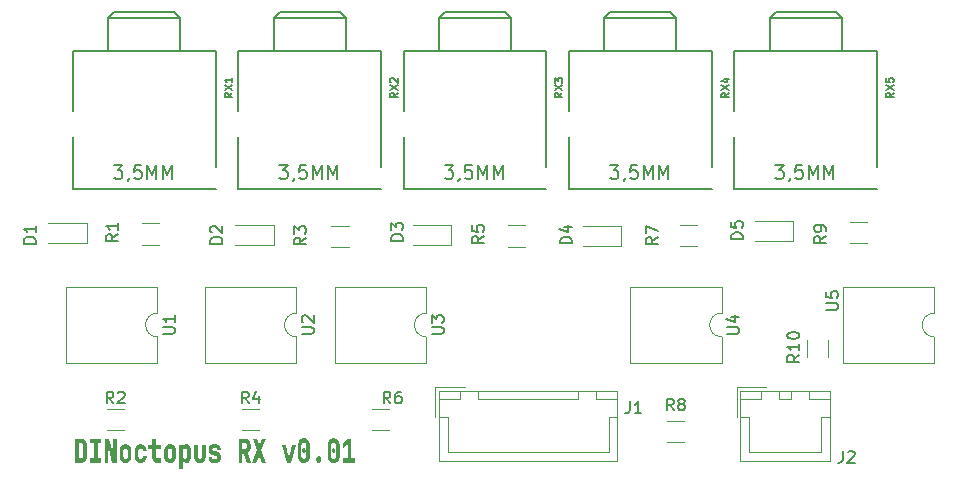
<source format=gbr>
%TF.GenerationSoftware,KiCad,Pcbnew,7.0.1-1.fc37*%
%TF.CreationDate,2023-03-22T21:52:04-05:00*%
%TF.ProjectId,midi_rx_board,6d696469-5f72-4785-9f62-6f6172642e6b,rev?*%
%TF.SameCoordinates,Original*%
%TF.FileFunction,Legend,Top*%
%TF.FilePolarity,Positive*%
%FSLAX46Y46*%
G04 Gerber Fmt 4.6, Leading zero omitted, Abs format (unit mm)*
G04 Created by KiCad (PCBNEW 7.0.1-1.fc37) date 2023-03-22 21:52:04*
%MOMM*%
%LPD*%
G01*
G04 APERTURE LIST*
%ADD10C,0.150000*%
%ADD11C,0.146304*%
%ADD12C,0.127000*%
%ADD13C,0.120000*%
%ADD14C,0.203200*%
G04 APERTURE END LIST*
D10*
G36*
X128659213Y-55616934D02*
G01*
X128688010Y-55619196D01*
X128716152Y-55622937D01*
X128743619Y-55628134D01*
X128770391Y-55634764D01*
X128796450Y-55642805D01*
X128821775Y-55652232D01*
X128846347Y-55663024D01*
X128870146Y-55675157D01*
X128893152Y-55688607D01*
X128915347Y-55703353D01*
X128936710Y-55719370D01*
X128957222Y-55736636D01*
X128976863Y-55755127D01*
X128995614Y-55774821D01*
X129013455Y-55795694D01*
X129030366Y-55817723D01*
X129046328Y-55840886D01*
X129061322Y-55865159D01*
X129075327Y-55890519D01*
X129088325Y-55916943D01*
X129100295Y-55944408D01*
X129111218Y-55972891D01*
X129121074Y-56002369D01*
X129129844Y-56032819D01*
X129137509Y-56064217D01*
X129144048Y-56096540D01*
X129149442Y-56129767D01*
X129153671Y-56163872D01*
X129156716Y-56198834D01*
X129158558Y-56234629D01*
X129159176Y-56271235D01*
X129159176Y-57002009D01*
X129158558Y-57038666D01*
X129156716Y-57074523D01*
X129153671Y-57109557D01*
X129149442Y-57143744D01*
X129144048Y-57177059D01*
X129137509Y-57209479D01*
X129129844Y-57240980D01*
X129121074Y-57271539D01*
X129111218Y-57301131D01*
X129100295Y-57329732D01*
X129088325Y-57357318D01*
X129075327Y-57383867D01*
X129061322Y-57409353D01*
X129046328Y-57433753D01*
X129030366Y-57457043D01*
X129013455Y-57479199D01*
X128995614Y-57500197D01*
X128976863Y-57520014D01*
X128957222Y-57538625D01*
X128936710Y-57556006D01*
X128915347Y-57572135D01*
X128893152Y-57586986D01*
X128870146Y-57600536D01*
X128846347Y-57612761D01*
X128821775Y-57623638D01*
X128796450Y-57633141D01*
X128770391Y-57641249D01*
X128743619Y-57647935D01*
X128716152Y-57653178D01*
X128688010Y-57656952D01*
X128659213Y-57659234D01*
X128629780Y-57660000D01*
X128132257Y-57660000D01*
X128132257Y-55994263D01*
X128447330Y-55994263D01*
X128447330Y-57282400D01*
X128629780Y-57282400D01*
X128652956Y-57281070D01*
X128675173Y-57277144D01*
X128696358Y-57270715D01*
X128716436Y-57261876D01*
X128735334Y-57250722D01*
X128752977Y-57237346D01*
X128769291Y-57221842D01*
X128784202Y-57204303D01*
X128797637Y-57184824D01*
X128809520Y-57163499D01*
X128819778Y-57140420D01*
X128828338Y-57115681D01*
X128835124Y-57089377D01*
X128840063Y-57061602D01*
X128843080Y-57032448D01*
X128844103Y-57002009D01*
X128844103Y-56271235D01*
X128843080Y-56240915D01*
X128840063Y-56211929D01*
X128835124Y-56184363D01*
X128828338Y-56158303D01*
X128819778Y-56133834D01*
X128809520Y-56111042D01*
X128797637Y-56090013D01*
X128784202Y-56070833D01*
X128769291Y-56053589D01*
X128752977Y-56038364D01*
X128735334Y-56025247D01*
X128716436Y-56014322D01*
X128696358Y-56005675D01*
X128675173Y-55999392D01*
X128652956Y-55995560D01*
X128629780Y-55994263D01*
X128447330Y-55994263D01*
X128132257Y-55994263D01*
X128132257Y-55616175D01*
X128629780Y-55616175D01*
X128659213Y-55616934D01*
G37*
G36*
X129426622Y-57660000D02*
G01*
X130350593Y-57660000D01*
X130350593Y-57282400D01*
X130046144Y-57282400D01*
X130046144Y-55994263D01*
X130350593Y-55994263D01*
X130350593Y-55616175D01*
X129426622Y-55616175D01*
X129426622Y-55994263D01*
X129731071Y-55994263D01*
X129731071Y-57282400D01*
X129426622Y-57282400D01*
X129426622Y-57660000D01*
G37*
G36*
X130643318Y-57660000D02*
G01*
X130920655Y-57660000D01*
X130920655Y-56764117D01*
X130920463Y-56726587D01*
X130920229Y-56706878D01*
X130919907Y-56686602D01*
X130919502Y-56665806D01*
X130919018Y-56644537D01*
X130918459Y-56622840D01*
X130917828Y-56600764D01*
X130917129Y-56578354D01*
X130916367Y-56555658D01*
X130915544Y-56532721D01*
X130914666Y-56509591D01*
X130913736Y-56486314D01*
X130912758Y-56462937D01*
X130911735Y-56439507D01*
X130910672Y-56416071D01*
X130909573Y-56392674D01*
X130908440Y-56369364D01*
X130907280Y-56346188D01*
X130906094Y-56323192D01*
X130904887Y-56300422D01*
X130903664Y-56277926D01*
X130902427Y-56255751D01*
X130901181Y-56233942D01*
X130899930Y-56212547D01*
X130898677Y-56191612D01*
X130897426Y-56171184D01*
X130896182Y-56151310D01*
X130893728Y-56113409D01*
X130891346Y-56078283D01*
X131284089Y-57660000D01*
X131651552Y-57660000D01*
X131651552Y-55616175D01*
X131374214Y-55616175D01*
X131374214Y-56456371D01*
X131374432Y-56494253D01*
X131374697Y-56514391D01*
X131375062Y-56535257D01*
X131375520Y-56556797D01*
X131376069Y-56578958D01*
X131376704Y-56601686D01*
X131377420Y-56624929D01*
X131378214Y-56648632D01*
X131379080Y-56672743D01*
X131380015Y-56697208D01*
X131381015Y-56721973D01*
X131382075Y-56746987D01*
X131383190Y-56772194D01*
X131384357Y-56797543D01*
X131385572Y-56822979D01*
X131386829Y-56848450D01*
X131388125Y-56873902D01*
X131389455Y-56899281D01*
X131390815Y-56924535D01*
X131392201Y-56949610D01*
X131393609Y-56974452D01*
X131395034Y-56999009D01*
X131396471Y-57023228D01*
X131397917Y-57047054D01*
X131399368Y-57070435D01*
X131400818Y-57093317D01*
X131402264Y-57115647D01*
X131403702Y-57137372D01*
X131405126Y-57158438D01*
X131406534Y-57178792D01*
X131407920Y-57198381D01*
X131011147Y-55616175D01*
X130643318Y-55616175D01*
X130643318Y-57660000D01*
G37*
G36*
X132434882Y-56092679D02*
G01*
X132462820Y-56094821D01*
X132490063Y-56098363D01*
X132516596Y-56103281D01*
X132542404Y-56109555D01*
X132567471Y-56117160D01*
X132591783Y-56126074D01*
X132615325Y-56136275D01*
X132638082Y-56147740D01*
X132660038Y-56160445D01*
X132681180Y-56174369D01*
X132701491Y-56189488D01*
X132720958Y-56205780D01*
X132739565Y-56223222D01*
X132757296Y-56241791D01*
X132774138Y-56261465D01*
X132790075Y-56282221D01*
X132805092Y-56304036D01*
X132819175Y-56326888D01*
X132832308Y-56350753D01*
X132844476Y-56375609D01*
X132855664Y-56401434D01*
X132865858Y-56428204D01*
X132875043Y-56455898D01*
X132883203Y-56484491D01*
X132890323Y-56513962D01*
X132896389Y-56544287D01*
X132901386Y-56575445D01*
X132905298Y-56607412D01*
X132908111Y-56640165D01*
X132909810Y-56673682D01*
X132910380Y-56707941D01*
X132910380Y-57072351D01*
X132909810Y-57106610D01*
X132908111Y-57140127D01*
X132905298Y-57172880D01*
X132901386Y-57204847D01*
X132896389Y-57236005D01*
X132890323Y-57266330D01*
X132883203Y-57295801D01*
X132875043Y-57324395D01*
X132865858Y-57352088D01*
X132855664Y-57378858D01*
X132844476Y-57404683D01*
X132832308Y-57429539D01*
X132819175Y-57453405D01*
X132805092Y-57476256D01*
X132790075Y-57498071D01*
X132774138Y-57518827D01*
X132757296Y-57538501D01*
X132739565Y-57557070D01*
X132720958Y-57574512D01*
X132701491Y-57590804D01*
X132681180Y-57605923D01*
X132660038Y-57619847D01*
X132638082Y-57632552D01*
X132615325Y-57644017D01*
X132591783Y-57654218D01*
X132567471Y-57663132D01*
X132542404Y-57670737D01*
X132516596Y-57677011D01*
X132490063Y-57681930D01*
X132462820Y-57685471D01*
X132434882Y-57687613D01*
X132406263Y-57688332D01*
X132377676Y-57687613D01*
X132349765Y-57685471D01*
X132322546Y-57681930D01*
X132296034Y-57677011D01*
X132270244Y-57670737D01*
X132245190Y-57663132D01*
X132220889Y-57654218D01*
X132197355Y-57644017D01*
X132174603Y-57632552D01*
X132152649Y-57619847D01*
X132131508Y-57605923D01*
X132111195Y-57590804D01*
X132091725Y-57574512D01*
X132073113Y-57557070D01*
X132055374Y-57538501D01*
X132038524Y-57518827D01*
X132022578Y-57498071D01*
X132007551Y-57476256D01*
X131993458Y-57453405D01*
X131980314Y-57429539D01*
X131968134Y-57404683D01*
X131956935Y-57378858D01*
X131946729Y-57352088D01*
X131937534Y-57324395D01*
X131929363Y-57295801D01*
X131922233Y-57266330D01*
X131916158Y-57236005D01*
X131911154Y-57204847D01*
X131907236Y-57172880D01*
X131904418Y-57140127D01*
X131902716Y-57106610D01*
X131902145Y-57072351D01*
X132217219Y-57072351D01*
X132218005Y-57101908D01*
X132220353Y-57129744D01*
X132224241Y-57155835D01*
X132229652Y-57180154D01*
X132236565Y-57202675D01*
X132244962Y-57223373D01*
X132254823Y-57242223D01*
X132266128Y-57259197D01*
X132278859Y-57274271D01*
X132292996Y-57287418D01*
X132308520Y-57298614D01*
X132325411Y-57307832D01*
X132343650Y-57315046D01*
X132363218Y-57320231D01*
X132384095Y-57323361D01*
X132406263Y-57324410D01*
X132428491Y-57323361D01*
X132449413Y-57320231D01*
X132469011Y-57315046D01*
X132487269Y-57307832D01*
X132504168Y-57298614D01*
X132519690Y-57287418D01*
X132533818Y-57274271D01*
X132546534Y-57259197D01*
X132557821Y-57242223D01*
X132567660Y-57223373D01*
X132576034Y-57202675D01*
X132582925Y-57180154D01*
X132588315Y-57155835D01*
X132592187Y-57129744D01*
X132594524Y-57101908D01*
X132595307Y-57072351D01*
X132595307Y-56707941D01*
X132594524Y-56678390D01*
X132592187Y-56650569D01*
X132588315Y-56624502D01*
X132582925Y-56600215D01*
X132576034Y-56577730D01*
X132567660Y-56557073D01*
X132557821Y-56538268D01*
X132546534Y-56521339D01*
X132533818Y-56506311D01*
X132519690Y-56493208D01*
X132504168Y-56482053D01*
X132487269Y-56472872D01*
X132469011Y-56465689D01*
X132449413Y-56460529D01*
X132428491Y-56457414D01*
X132406263Y-56456371D01*
X132384095Y-56457414D01*
X132363218Y-56460529D01*
X132343650Y-56465689D01*
X132325411Y-56472872D01*
X132308520Y-56482053D01*
X132292996Y-56493208D01*
X132278859Y-56506311D01*
X132266128Y-56521339D01*
X132254823Y-56538268D01*
X132244962Y-56557073D01*
X132236565Y-56577730D01*
X132229652Y-56600215D01*
X132224241Y-56624502D01*
X132220353Y-56650569D01*
X132218005Y-56678390D01*
X132217219Y-56707941D01*
X132217219Y-57072351D01*
X131902145Y-57072351D01*
X131902145Y-56707941D01*
X131902716Y-56673682D01*
X131904418Y-56640165D01*
X131907236Y-56607412D01*
X131911154Y-56575445D01*
X131916158Y-56544287D01*
X131922233Y-56513962D01*
X131929363Y-56484491D01*
X131937534Y-56455898D01*
X131946729Y-56428204D01*
X131956935Y-56401434D01*
X131968134Y-56375609D01*
X131980314Y-56350753D01*
X131993458Y-56326888D01*
X132007551Y-56304036D01*
X132022578Y-56282221D01*
X132038524Y-56261465D01*
X132055374Y-56241791D01*
X132073113Y-56223222D01*
X132091725Y-56205780D01*
X132111195Y-56189488D01*
X132131508Y-56174369D01*
X132152649Y-56160445D01*
X132174603Y-56147740D01*
X132197355Y-56136275D01*
X132220889Y-56126074D01*
X132245190Y-56117160D01*
X132270244Y-56109555D01*
X132296034Y-56103281D01*
X132322546Y-56098363D01*
X132349765Y-56094821D01*
X132377676Y-56092679D01*
X132406263Y-56091960D01*
X132434882Y-56092679D01*
G37*
G36*
X133684141Y-57688332D02*
G01*
X133712361Y-57687694D01*
X133739927Y-57685793D01*
X133766826Y-57682641D01*
X133793044Y-57678255D01*
X133818567Y-57672648D01*
X133843381Y-57665837D01*
X133867473Y-57657835D01*
X133890828Y-57648657D01*
X133913433Y-57638319D01*
X133935273Y-57626836D01*
X133956336Y-57614221D01*
X133976607Y-57600490D01*
X133996073Y-57585658D01*
X134014719Y-57569740D01*
X134032532Y-57552750D01*
X134049498Y-57534703D01*
X134065603Y-57515614D01*
X134080834Y-57495499D01*
X134095176Y-57474371D01*
X134108616Y-57452246D01*
X134121139Y-57429139D01*
X134132733Y-57405064D01*
X134143383Y-57380036D01*
X134153076Y-57354070D01*
X134161797Y-57327181D01*
X134169533Y-57299384D01*
X134176270Y-57270694D01*
X134181994Y-57241125D01*
X134186692Y-57210692D01*
X134190349Y-57179411D01*
X134192952Y-57147296D01*
X134194487Y-57114361D01*
X133887840Y-57114361D01*
X133885431Y-57138857D01*
X133881401Y-57161955D01*
X133875802Y-57183629D01*
X133868686Y-57203853D01*
X133860106Y-57222604D01*
X133850114Y-57239855D01*
X133838764Y-57255582D01*
X133826107Y-57269760D01*
X133812197Y-57282364D01*
X133797086Y-57293369D01*
X133780826Y-57302749D01*
X133763470Y-57310480D01*
X133745072Y-57316537D01*
X133725682Y-57320894D01*
X133705354Y-57323527D01*
X133684141Y-57324410D01*
X133661179Y-57323361D01*
X133639566Y-57320231D01*
X133619321Y-57315046D01*
X133600461Y-57307832D01*
X133583005Y-57298614D01*
X133566972Y-57287418D01*
X133552379Y-57274271D01*
X133539244Y-57259197D01*
X133527586Y-57242223D01*
X133517424Y-57223373D01*
X133508775Y-57202675D01*
X133501657Y-57180154D01*
X133496090Y-57155835D01*
X133492090Y-57129744D01*
X133489677Y-57101908D01*
X133488869Y-57072351D01*
X133488869Y-56707941D01*
X133489677Y-56678390D01*
X133492090Y-56650569D01*
X133496090Y-56624502D01*
X133501657Y-56600215D01*
X133508775Y-56577730D01*
X133517424Y-56557073D01*
X133527586Y-56538268D01*
X133539244Y-56521339D01*
X133552379Y-56506311D01*
X133566972Y-56493208D01*
X133583005Y-56482053D01*
X133600461Y-56472872D01*
X133619321Y-56465689D01*
X133639566Y-56460529D01*
X133661179Y-56457414D01*
X133684141Y-56456371D01*
X133704992Y-56457281D01*
X133725051Y-56459986D01*
X133744255Y-56464450D01*
X133762543Y-56470636D01*
X133779852Y-56478508D01*
X133796120Y-56488030D01*
X133811284Y-56499164D01*
X133825283Y-56511875D01*
X133838054Y-56526126D01*
X133849535Y-56541880D01*
X133859663Y-56559101D01*
X133868377Y-56577752D01*
X133875613Y-56597797D01*
X133881311Y-56619200D01*
X133885407Y-56641923D01*
X133887840Y-56665931D01*
X134194487Y-56665931D01*
X134192952Y-56632997D01*
X134190349Y-56600881D01*
X134186692Y-56569600D01*
X134181994Y-56539167D01*
X134176270Y-56509598D01*
X134169533Y-56480908D01*
X134161797Y-56453111D01*
X134153076Y-56426222D01*
X134143383Y-56400256D01*
X134132733Y-56375228D01*
X134121139Y-56351153D01*
X134108616Y-56328046D01*
X134095176Y-56305921D01*
X134080834Y-56284793D01*
X134065603Y-56264678D01*
X134049498Y-56245589D01*
X134032532Y-56227542D01*
X134014719Y-56210552D01*
X133996073Y-56194634D01*
X133976607Y-56179802D01*
X133956336Y-56166071D01*
X133935273Y-56153456D01*
X133913433Y-56141973D01*
X133890828Y-56131635D01*
X133867473Y-56122457D01*
X133843381Y-56114455D01*
X133818567Y-56107644D01*
X133793044Y-56102037D01*
X133766826Y-56097651D01*
X133739927Y-56094499D01*
X133712361Y-56092598D01*
X133684141Y-56091960D01*
X133655504Y-56092671D01*
X133627514Y-56094789D01*
X133600186Y-56098293D01*
X133573540Y-56103161D01*
X133547591Y-56109374D01*
X133522358Y-56116909D01*
X133497857Y-56125746D01*
X133474106Y-56135863D01*
X133451121Y-56147240D01*
X133428921Y-56159855D01*
X133407522Y-56173687D01*
X133386942Y-56188715D01*
X133367197Y-56204918D01*
X133348306Y-56222275D01*
X133330285Y-56240765D01*
X133313152Y-56260366D01*
X133296923Y-56281058D01*
X133281616Y-56302819D01*
X133267249Y-56325628D01*
X133253838Y-56349465D01*
X133241402Y-56374308D01*
X133229956Y-56400135D01*
X133219518Y-56426927D01*
X133210106Y-56454661D01*
X133201736Y-56483317D01*
X133194427Y-56512873D01*
X133188195Y-56543309D01*
X133183057Y-56574603D01*
X133179031Y-56606735D01*
X133176134Y-56639682D01*
X133174383Y-56673425D01*
X133173796Y-56707941D01*
X133173796Y-57072351D01*
X133174383Y-57106868D01*
X133176134Y-57140610D01*
X133179031Y-57173557D01*
X133183057Y-57205689D01*
X133188195Y-57236983D01*
X133194427Y-57267419D01*
X133201736Y-57296975D01*
X133210106Y-57325631D01*
X133219518Y-57353365D01*
X133229956Y-57380157D01*
X133241402Y-57405984D01*
X133253838Y-57430827D01*
X133267249Y-57454664D01*
X133281616Y-57477473D01*
X133296923Y-57499234D01*
X133313152Y-57519926D01*
X133330285Y-57539527D01*
X133348306Y-57558017D01*
X133367197Y-57575374D01*
X133386942Y-57591577D01*
X133407522Y-57606605D01*
X133428921Y-57620437D01*
X133451121Y-57633052D01*
X133474106Y-57644429D01*
X133497857Y-57654546D01*
X133522358Y-57663383D01*
X133547591Y-57670918D01*
X133573540Y-57677131D01*
X133600186Y-57682000D01*
X133627514Y-57685503D01*
X133655504Y-57687621D01*
X133684141Y-57688332D01*
G37*
G36*
X135039689Y-57660000D02*
G01*
X135417411Y-57660000D01*
X135417411Y-57282400D01*
X135070830Y-57282400D01*
X135054455Y-57280872D01*
X135039557Y-57276411D01*
X135022043Y-57266217D01*
X135007277Y-57251569D01*
X134995327Y-57232902D01*
X134986263Y-57210652D01*
X134981399Y-57191875D01*
X134978226Y-57171510D01*
X134976772Y-57149741D01*
X134976674Y-57142205D01*
X134976674Y-56498381D01*
X135428035Y-56498381D01*
X135428035Y-56120293D01*
X134976674Y-56120293D01*
X134976674Y-55686029D01*
X134661601Y-55686029D01*
X134661601Y-56120293D01*
X134350558Y-56120293D01*
X134350558Y-56498381D01*
X134661601Y-56498381D01*
X134661601Y-57156371D01*
X134662017Y-57185407D01*
X134663259Y-57213708D01*
X134665318Y-57241260D01*
X134668185Y-57268051D01*
X134671851Y-57294069D01*
X134676306Y-57319303D01*
X134681542Y-57343739D01*
X134687550Y-57367366D01*
X134694320Y-57390172D01*
X134701844Y-57412144D01*
X134710113Y-57433270D01*
X134719117Y-57453538D01*
X134728847Y-57472936D01*
X134739295Y-57491452D01*
X134750450Y-57509073D01*
X134762305Y-57525788D01*
X134774851Y-57541584D01*
X134788077Y-57556449D01*
X134801975Y-57570371D01*
X134816537Y-57583338D01*
X134831752Y-57595337D01*
X134847612Y-57606357D01*
X134864108Y-57616385D01*
X134881231Y-57625409D01*
X134898971Y-57633417D01*
X134917320Y-57640396D01*
X134936269Y-57646335D01*
X134955808Y-57651222D01*
X134975929Y-57655044D01*
X134996622Y-57657789D01*
X135017878Y-57659445D01*
X135039689Y-57660000D01*
G37*
G36*
X136211364Y-56092679D02*
G01*
X136239303Y-56094821D01*
X136266546Y-56098363D01*
X136293079Y-56103281D01*
X136318887Y-56109555D01*
X136343954Y-56117160D01*
X136368266Y-56126074D01*
X136391808Y-56136275D01*
X136414565Y-56147740D01*
X136436521Y-56160445D01*
X136457663Y-56174369D01*
X136477974Y-56189488D01*
X136497441Y-56205780D01*
X136516047Y-56223222D01*
X136533779Y-56241791D01*
X136550621Y-56261465D01*
X136566558Y-56282221D01*
X136581575Y-56304036D01*
X136595658Y-56326888D01*
X136608791Y-56350753D01*
X136620959Y-56375609D01*
X136632147Y-56401434D01*
X136642341Y-56428204D01*
X136651526Y-56455898D01*
X136659686Y-56484491D01*
X136666806Y-56513962D01*
X136672872Y-56544287D01*
X136677869Y-56575445D01*
X136681781Y-56607412D01*
X136684594Y-56640165D01*
X136686293Y-56673682D01*
X136686863Y-56707941D01*
X136686863Y-57072351D01*
X136686293Y-57106610D01*
X136684594Y-57140127D01*
X136681781Y-57172880D01*
X136677869Y-57204847D01*
X136672872Y-57236005D01*
X136666806Y-57266330D01*
X136659686Y-57295801D01*
X136651526Y-57324395D01*
X136642341Y-57352088D01*
X136632147Y-57378858D01*
X136620959Y-57404683D01*
X136608791Y-57429539D01*
X136595658Y-57453405D01*
X136581575Y-57476256D01*
X136566558Y-57498071D01*
X136550621Y-57518827D01*
X136533779Y-57538501D01*
X136516047Y-57557070D01*
X136497441Y-57574512D01*
X136477974Y-57590804D01*
X136457663Y-57605923D01*
X136436521Y-57619847D01*
X136414565Y-57632552D01*
X136391808Y-57644017D01*
X136368266Y-57654218D01*
X136343954Y-57663132D01*
X136318887Y-57670737D01*
X136293079Y-57677011D01*
X136266546Y-57681930D01*
X136239303Y-57685471D01*
X136211364Y-57687613D01*
X136182745Y-57688332D01*
X136154159Y-57687613D01*
X136126248Y-57685471D01*
X136099029Y-57681930D01*
X136072517Y-57677011D01*
X136046727Y-57670737D01*
X136021673Y-57663132D01*
X135997372Y-57654218D01*
X135973838Y-57644017D01*
X135951086Y-57632552D01*
X135929132Y-57619847D01*
X135907991Y-57605923D01*
X135887678Y-57590804D01*
X135868208Y-57574512D01*
X135849596Y-57557070D01*
X135831857Y-57538501D01*
X135815007Y-57518827D01*
X135799061Y-57498071D01*
X135784034Y-57476256D01*
X135769941Y-57453405D01*
X135756797Y-57429539D01*
X135744617Y-57404683D01*
X135733417Y-57378858D01*
X135723212Y-57352088D01*
X135714017Y-57324395D01*
X135705846Y-57295801D01*
X135698716Y-57266330D01*
X135692641Y-57236005D01*
X135687637Y-57204847D01*
X135683718Y-57172880D01*
X135680901Y-57140127D01*
X135679199Y-57106610D01*
X135678628Y-57072351D01*
X135993702Y-57072351D01*
X135994488Y-57101908D01*
X135996836Y-57129744D01*
X136000724Y-57155835D01*
X136006135Y-57180154D01*
X136013048Y-57202675D01*
X136021445Y-57223373D01*
X136031306Y-57242223D01*
X136042611Y-57259197D01*
X136055342Y-57274271D01*
X136069479Y-57287418D01*
X136085002Y-57298614D01*
X136101893Y-57307832D01*
X136120133Y-57315046D01*
X136139701Y-57320231D01*
X136160578Y-57323361D01*
X136182745Y-57324410D01*
X136204973Y-57323361D01*
X136225896Y-57320231D01*
X136245494Y-57315046D01*
X136263752Y-57307832D01*
X136280651Y-57298614D01*
X136296173Y-57287418D01*
X136310301Y-57274271D01*
X136323017Y-57259197D01*
X136334304Y-57242223D01*
X136344143Y-57223373D01*
X136352516Y-57202675D01*
X136359407Y-57180154D01*
X136364798Y-57155835D01*
X136368670Y-57129744D01*
X136371007Y-57101908D01*
X136371789Y-57072351D01*
X136371789Y-56707941D01*
X136371007Y-56678390D01*
X136368670Y-56650569D01*
X136364798Y-56624502D01*
X136359407Y-56600215D01*
X136352516Y-56577730D01*
X136344143Y-56557073D01*
X136334304Y-56538268D01*
X136323017Y-56521339D01*
X136310301Y-56506311D01*
X136296173Y-56493208D01*
X136280651Y-56482053D01*
X136263752Y-56472872D01*
X136245494Y-56465689D01*
X136225896Y-56460529D01*
X136204973Y-56457414D01*
X136182745Y-56456371D01*
X136160578Y-56457414D01*
X136139701Y-56460529D01*
X136120133Y-56465689D01*
X136101893Y-56472872D01*
X136085002Y-56482053D01*
X136069479Y-56493208D01*
X136055342Y-56506311D01*
X136042611Y-56521339D01*
X136031306Y-56538268D01*
X136021445Y-56557073D01*
X136013048Y-56577730D01*
X136006135Y-56600215D01*
X136000724Y-56624502D01*
X135996836Y-56650569D01*
X135994488Y-56678390D01*
X135993702Y-56707941D01*
X135993702Y-57072351D01*
X135678628Y-57072351D01*
X135678628Y-56707941D01*
X135679199Y-56673682D01*
X135680901Y-56640165D01*
X135683718Y-56607412D01*
X135687637Y-56575445D01*
X135692641Y-56544287D01*
X135698716Y-56513962D01*
X135705846Y-56484491D01*
X135714017Y-56455898D01*
X135723212Y-56428204D01*
X135733417Y-56401434D01*
X135744617Y-56375609D01*
X135756797Y-56350753D01*
X135769941Y-56326888D01*
X135784034Y-56304036D01*
X135799061Y-56282221D01*
X135815007Y-56261465D01*
X135831857Y-56241791D01*
X135849596Y-56223222D01*
X135868208Y-56205780D01*
X135887678Y-56189488D01*
X135907991Y-56174369D01*
X135929132Y-56160445D01*
X135951086Y-56147740D01*
X135973838Y-56136275D01*
X135997372Y-56126074D01*
X136021673Y-56117160D01*
X136046727Y-56109555D01*
X136072517Y-56103281D01*
X136099029Y-56098363D01*
X136126248Y-56094821D01*
X136154159Y-56092679D01*
X136182745Y-56091960D01*
X136211364Y-56092679D01*
G37*
G36*
X137592637Y-56092679D02*
G01*
X137612843Y-56094818D01*
X137632604Y-56098351D01*
X137651904Y-56103255D01*
X137670729Y-56109503D01*
X137689064Y-56117070D01*
X137706895Y-56125931D01*
X137724206Y-56136062D01*
X137740983Y-56147435D01*
X137757212Y-56160028D01*
X137772877Y-56173813D01*
X137787964Y-56188766D01*
X137802458Y-56204863D01*
X137816345Y-56222076D01*
X137829610Y-56240382D01*
X137842238Y-56259755D01*
X137854215Y-56280170D01*
X137865525Y-56301602D01*
X137876154Y-56324025D01*
X137886088Y-56347414D01*
X137895312Y-56371744D01*
X137903810Y-56396989D01*
X137911569Y-56423126D01*
X137918574Y-56450127D01*
X137924809Y-56477969D01*
X137930261Y-56506625D01*
X137934914Y-56536071D01*
X137938754Y-56566282D01*
X137941767Y-56597232D01*
X137943937Y-56628895D01*
X137945250Y-56661247D01*
X137945690Y-56694263D01*
X137945690Y-57086029D01*
X137945250Y-57119045D01*
X137943937Y-57151397D01*
X137941767Y-57183061D01*
X137938754Y-57214010D01*
X137934914Y-57244221D01*
X137930261Y-57273667D01*
X137924809Y-57302323D01*
X137918574Y-57330165D01*
X137911569Y-57357166D01*
X137903810Y-57383303D01*
X137895312Y-57408548D01*
X137886088Y-57432878D01*
X137876154Y-57456268D01*
X137865525Y-57478690D01*
X137854215Y-57500122D01*
X137842238Y-57520537D01*
X137829610Y-57539910D01*
X137816345Y-57558216D01*
X137802458Y-57575429D01*
X137787964Y-57591526D01*
X137772877Y-57606479D01*
X137757212Y-57620264D01*
X137740983Y-57632857D01*
X137724206Y-57644231D01*
X137706895Y-57654361D01*
X137689064Y-57663222D01*
X137670729Y-57670789D01*
X137651904Y-57677037D01*
X137632604Y-57681941D01*
X137612843Y-57685474D01*
X137592637Y-57687613D01*
X137571999Y-57688332D01*
X137543715Y-57687029D01*
X137516446Y-57683153D01*
X137490221Y-57676753D01*
X137465066Y-57667876D01*
X137441011Y-57656573D01*
X137418083Y-57642891D01*
X137396310Y-57626879D01*
X137375719Y-57608586D01*
X137356339Y-57588061D01*
X137338198Y-57565352D01*
X137321324Y-57540507D01*
X137305744Y-57513576D01*
X137291486Y-57484607D01*
X137278578Y-57453649D01*
X137267049Y-57420750D01*
X137256926Y-57385959D01*
X137265352Y-57744019D01*
X137265352Y-58164117D01*
X136950279Y-58164117D01*
X136950279Y-57058185D01*
X137265352Y-57058185D01*
X137266109Y-57089350D01*
X137268372Y-57118712D01*
X137272126Y-57146241D01*
X137277356Y-57171911D01*
X137284048Y-57195691D01*
X137292187Y-57217554D01*
X137301760Y-57237470D01*
X137312750Y-57255411D01*
X137325145Y-57271349D01*
X137338929Y-57285255D01*
X137354088Y-57297099D01*
X137370607Y-57306855D01*
X137388473Y-57314492D01*
X137407669Y-57319983D01*
X137428183Y-57323298D01*
X137450000Y-57324410D01*
X137471046Y-57323361D01*
X137490894Y-57320231D01*
X137509522Y-57315046D01*
X137526907Y-57307832D01*
X137543028Y-57298614D01*
X137557863Y-57287418D01*
X137571389Y-57274271D01*
X137583585Y-57259197D01*
X137594429Y-57242223D01*
X137603898Y-57223373D01*
X137611970Y-57202675D01*
X137618624Y-57180154D01*
X137623838Y-57155835D01*
X137627590Y-57129744D01*
X137629857Y-57101908D01*
X137630617Y-57072351D01*
X137630617Y-56707941D01*
X137629857Y-56678390D01*
X137627590Y-56650569D01*
X137623838Y-56624502D01*
X137618624Y-56600215D01*
X137611970Y-56577730D01*
X137603898Y-56557073D01*
X137594429Y-56538268D01*
X137583585Y-56521339D01*
X137571389Y-56506311D01*
X137557863Y-56493208D01*
X137543028Y-56482053D01*
X137526907Y-56472872D01*
X137509522Y-56465689D01*
X137490894Y-56460529D01*
X137471046Y-56457414D01*
X137450000Y-56456371D01*
X137428183Y-56457477D01*
X137407669Y-56460777D01*
X137388473Y-56466243D01*
X137370607Y-56473849D01*
X137354088Y-56483568D01*
X137338929Y-56495371D01*
X137325145Y-56509233D01*
X137312750Y-56525125D01*
X137301760Y-56543021D01*
X137292187Y-56562893D01*
X137284048Y-56584714D01*
X137277356Y-56608458D01*
X137272126Y-56634096D01*
X137268372Y-56661602D01*
X137266109Y-56690948D01*
X137265352Y-56722107D01*
X137265352Y-57058185D01*
X136950279Y-57058185D01*
X136950279Y-56120293D01*
X137254727Y-56120293D01*
X137254727Y-56400195D01*
X137264936Y-56364453D01*
X137276580Y-56330711D01*
X137289626Y-56299011D01*
X137304043Y-56269395D01*
X137319798Y-56241906D01*
X137336857Y-56216586D01*
X137355187Y-56193477D01*
X137374757Y-56172622D01*
X137395534Y-56154061D01*
X137417484Y-56137839D01*
X137440575Y-56123996D01*
X137464774Y-56112576D01*
X137490049Y-56103620D01*
X137516367Y-56097171D01*
X137543694Y-56093270D01*
X137571999Y-56091960D01*
X137592637Y-56092679D01*
G37*
G36*
X138700401Y-57688332D02*
G01*
X138728802Y-57687644D01*
X138756501Y-57685592D01*
X138783485Y-57682189D01*
X138809741Y-57677450D01*
X138835255Y-57671389D01*
X138860015Y-57664021D01*
X138884008Y-57655360D01*
X138907219Y-57645421D01*
X138929637Y-57634219D01*
X138951248Y-57621767D01*
X138972039Y-57608081D01*
X138991997Y-57593174D01*
X139011110Y-57577062D01*
X139029363Y-57559759D01*
X139046743Y-57541278D01*
X139063239Y-57521636D01*
X139078836Y-57500846D01*
X139093522Y-57478922D01*
X139107283Y-57455880D01*
X139120106Y-57431734D01*
X139131979Y-57406497D01*
X139142888Y-57380186D01*
X139152820Y-57352813D01*
X139161762Y-57324395D01*
X139169701Y-57294944D01*
X139176624Y-57264476D01*
X139182518Y-57233005D01*
X139187370Y-57200546D01*
X139191166Y-57167113D01*
X139193894Y-57132721D01*
X139195540Y-57097384D01*
X139196092Y-57061116D01*
X139196092Y-56120293D01*
X138881018Y-56120293D01*
X138881018Y-57058185D01*
X138880262Y-57089752D01*
X138878006Y-57119413D01*
X138874271Y-57147148D01*
X138869077Y-57172941D01*
X138862445Y-57196773D01*
X138854395Y-57218627D01*
X138844948Y-57238484D01*
X138834124Y-57256327D01*
X138821943Y-57272138D01*
X138808425Y-57285899D01*
X138793592Y-57297591D01*
X138777463Y-57307198D01*
X138760059Y-57314702D01*
X138741401Y-57320083D01*
X138721508Y-57323325D01*
X138700401Y-57324410D01*
X138678992Y-57323325D01*
X138658875Y-57320083D01*
X138640062Y-57314702D01*
X138622566Y-57307198D01*
X138606398Y-57297591D01*
X138591571Y-57285899D01*
X138578098Y-57272138D01*
X138565991Y-57256327D01*
X138555262Y-57238484D01*
X138545923Y-57218627D01*
X138537987Y-57196773D01*
X138531467Y-57172941D01*
X138526374Y-57147148D01*
X138522721Y-57119413D01*
X138520520Y-57089752D01*
X138519783Y-57058185D01*
X138519783Y-56120293D01*
X138204710Y-56120293D01*
X138204710Y-57061116D01*
X138205250Y-57097169D01*
X138206864Y-57132318D01*
X138209539Y-57166549D01*
X138213267Y-57199845D01*
X138218034Y-57232190D01*
X138223832Y-57263569D01*
X138230648Y-57293966D01*
X138238473Y-57323364D01*
X138247294Y-57351749D01*
X138257102Y-57379103D01*
X138267885Y-57405413D01*
X138279633Y-57430660D01*
X138292334Y-57454831D01*
X138305978Y-57477908D01*
X138320554Y-57499876D01*
X138336051Y-57520720D01*
X138352459Y-57540423D01*
X138369765Y-57558970D01*
X138387960Y-57576344D01*
X138407033Y-57592530D01*
X138426973Y-57607513D01*
X138447768Y-57621275D01*
X138469408Y-57633802D01*
X138491882Y-57645078D01*
X138515180Y-57655086D01*
X138539290Y-57663811D01*
X138564201Y-57671238D01*
X138589903Y-57677349D01*
X138616385Y-57682130D01*
X138643636Y-57685565D01*
X138671645Y-57687637D01*
X138700401Y-57688332D01*
G37*
G36*
X139910868Y-57688332D02*
G01*
X140003558Y-57688332D01*
X140032626Y-57687824D01*
X140060819Y-57686305D01*
X140088134Y-57683784D01*
X140114568Y-57680269D01*
X140140117Y-57675768D01*
X140164780Y-57670290D01*
X140188552Y-57663843D01*
X140211430Y-57656435D01*
X140233412Y-57648075D01*
X140254493Y-57638771D01*
X140274672Y-57628530D01*
X140293944Y-57617363D01*
X140312307Y-57605276D01*
X140329758Y-57592279D01*
X140346293Y-57578379D01*
X140361909Y-57563585D01*
X140376602Y-57547905D01*
X140390371Y-57531347D01*
X140403212Y-57513920D01*
X140415121Y-57495633D01*
X140426095Y-57476492D01*
X140436132Y-57456508D01*
X140445228Y-57435687D01*
X140453379Y-57414039D01*
X140460584Y-57391572D01*
X140466838Y-57368294D01*
X140472139Y-57344212D01*
X140476483Y-57319337D01*
X140479867Y-57293676D01*
X140482288Y-57267236D01*
X140483743Y-57240028D01*
X140484228Y-57212058D01*
X140483890Y-57185351D01*
X140482877Y-57159271D01*
X140481189Y-57133828D01*
X140478827Y-57109028D01*
X140475791Y-57084878D01*
X140472083Y-57061386D01*
X140467704Y-57038559D01*
X140462653Y-57016404D01*
X140456932Y-56994930D01*
X140450541Y-56974142D01*
X140443482Y-56954049D01*
X140435755Y-56934657D01*
X140427360Y-56915975D01*
X140418298Y-56898009D01*
X140408571Y-56880767D01*
X140398179Y-56864256D01*
X140387122Y-56848484D01*
X140375401Y-56833457D01*
X140363018Y-56819184D01*
X140349972Y-56805670D01*
X140336265Y-56792925D01*
X140321898Y-56780955D01*
X140306870Y-56769767D01*
X140291183Y-56759369D01*
X140274838Y-56749768D01*
X140257835Y-56740972D01*
X140240174Y-56732988D01*
X140221858Y-56725822D01*
X140202886Y-56719483D01*
X140183259Y-56713978D01*
X140162978Y-56709314D01*
X140142044Y-56705498D01*
X139889986Y-56663489D01*
X139873553Y-56660754D01*
X139858065Y-56657803D01*
X139843535Y-56654545D01*
X139823576Y-56648881D01*
X139805866Y-56642013D01*
X139790460Y-56633636D01*
X139777413Y-56623442D01*
X139763778Y-56606493D01*
X139754562Y-56585042D01*
X139750626Y-56565561D01*
X139749302Y-56542833D01*
X139750633Y-56520032D01*
X139754617Y-56498966D01*
X139761242Y-56479744D01*
X139770496Y-56462479D01*
X139782365Y-56447281D01*
X139796836Y-56434261D01*
X139813898Y-56423530D01*
X139833537Y-56415201D01*
X139848055Y-56411036D01*
X139863710Y-56408020D01*
X139880496Y-56406187D01*
X139898412Y-56405568D01*
X139996964Y-56405568D01*
X140015014Y-56406161D01*
X140032055Y-56407926D01*
X140048065Y-56410846D01*
X140063024Y-56414903D01*
X140083443Y-56423081D01*
X140101374Y-56433717D01*
X140116746Y-56446751D01*
X140129485Y-56462121D01*
X140139519Y-56479768D01*
X140146776Y-56499631D01*
X140151184Y-56521649D01*
X140152669Y-56545764D01*
X140461147Y-56545764D01*
X140460615Y-56520308D01*
X140459030Y-56495426D01*
X140456405Y-56471133D01*
X140452758Y-56447444D01*
X140448102Y-56424375D01*
X140442453Y-56401941D01*
X140435827Y-56380158D01*
X140428238Y-56359040D01*
X140419702Y-56338603D01*
X140410233Y-56318863D01*
X140399849Y-56299835D01*
X140388562Y-56281535D01*
X140376390Y-56263977D01*
X140363346Y-56247177D01*
X140349446Y-56231151D01*
X140334706Y-56215914D01*
X140319140Y-56201481D01*
X140302765Y-56187867D01*
X140285594Y-56175089D01*
X140267643Y-56163161D01*
X140248929Y-56152099D01*
X140229464Y-56141918D01*
X140209266Y-56132634D01*
X140188349Y-56124262D01*
X140166729Y-56116817D01*
X140144420Y-56110314D01*
X140121438Y-56104770D01*
X140097798Y-56100200D01*
X140073515Y-56096618D01*
X140048605Y-56094041D01*
X140023083Y-56092483D01*
X139996964Y-56091960D01*
X139898412Y-56091960D01*
X139871078Y-56092428D01*
X139844581Y-56093830D01*
X139818922Y-56096163D01*
X139794105Y-56099426D01*
X139770132Y-56103617D01*
X139747003Y-56108733D01*
X139724721Y-56114773D01*
X139703289Y-56121735D01*
X139682707Y-56129616D01*
X139662979Y-56138415D01*
X139644106Y-56148129D01*
X139626090Y-56158756D01*
X139608934Y-56170295D01*
X139592638Y-56182742D01*
X139577206Y-56196097D01*
X139562639Y-56210357D01*
X139548939Y-56225520D01*
X139536109Y-56241584D01*
X139524150Y-56258547D01*
X139513064Y-56276407D01*
X139502853Y-56295161D01*
X139493520Y-56314809D01*
X139485066Y-56335346D01*
X139477494Y-56356773D01*
X139470805Y-56379086D01*
X139465001Y-56402284D01*
X139460084Y-56426364D01*
X139456057Y-56451325D01*
X139452921Y-56477164D01*
X139450679Y-56503879D01*
X139449332Y-56531468D01*
X139448883Y-56559930D01*
X139449215Y-56583575D01*
X139450208Y-56606783D01*
X139451858Y-56629539D01*
X139454161Y-56651830D01*
X139457112Y-56673641D01*
X139460707Y-56694959D01*
X139464941Y-56715770D01*
X139469812Y-56736059D01*
X139475313Y-56755813D01*
X139481441Y-56775018D01*
X139488191Y-56793660D01*
X139495560Y-56811725D01*
X139503543Y-56829199D01*
X139512135Y-56846067D01*
X139521333Y-56862317D01*
X139531132Y-56877934D01*
X139541527Y-56892904D01*
X139552515Y-56907213D01*
X139564092Y-56920847D01*
X139576252Y-56933793D01*
X139588992Y-56946036D01*
X139602307Y-56957562D01*
X139616193Y-56968358D01*
X139630645Y-56978409D01*
X139645661Y-56987702D01*
X139661234Y-56996222D01*
X139677361Y-57003956D01*
X139694038Y-57010890D01*
X139711260Y-57017009D01*
X139729023Y-57022300D01*
X139747322Y-57026749D01*
X139766154Y-57030341D01*
X140030669Y-57072351D01*
X140049359Y-57075709D01*
X140066823Y-57079588D01*
X140083064Y-57084041D01*
X140098086Y-57089120D01*
X140118337Y-57098027D01*
X140135859Y-57108636D01*
X140150660Y-57121125D01*
X140162750Y-57135668D01*
X140172138Y-57152443D01*
X140178832Y-57171626D01*
X140182841Y-57193393D01*
X140184176Y-57217920D01*
X140182469Y-57244218D01*
X140177397Y-57268128D01*
X140169035Y-57289608D01*
X140157457Y-57308612D01*
X140142736Y-57325099D01*
X140124948Y-57339024D01*
X140111422Y-57346863D01*
X140096587Y-57353531D01*
X140080466Y-57359016D01*
X140063081Y-57363304D01*
X140044453Y-57366383D01*
X140024605Y-57368240D01*
X140003558Y-57368862D01*
X139910868Y-57368862D01*
X139891354Y-57368239D01*
X139872944Y-57366372D01*
X139855658Y-57363266D01*
X139839519Y-57358924D01*
X139824547Y-57353352D01*
X139810765Y-57346554D01*
X139792368Y-57334066D01*
X139776768Y-57318843D01*
X139764037Y-57300898D01*
X139754248Y-57280248D01*
X139747472Y-57256905D01*
X139743783Y-57230885D01*
X139743073Y-57212058D01*
X139434228Y-57212058D01*
X139434786Y-57238567D01*
X139436446Y-57264499D01*
X139439191Y-57289839D01*
X139443003Y-57314569D01*
X139447865Y-57338670D01*
X139453758Y-57362126D01*
X139460666Y-57384919D01*
X139468569Y-57407033D01*
X139477451Y-57428448D01*
X139487294Y-57449148D01*
X139498079Y-57469116D01*
X139509789Y-57488334D01*
X139522406Y-57506784D01*
X139535913Y-57524450D01*
X139550292Y-57541313D01*
X139565524Y-57557356D01*
X139581593Y-57572563D01*
X139598480Y-57586914D01*
X139616167Y-57600394D01*
X139634638Y-57612984D01*
X139653873Y-57624667D01*
X139673855Y-57635425D01*
X139694567Y-57645242D01*
X139715991Y-57654100D01*
X139738109Y-57661980D01*
X139760903Y-57668867D01*
X139784355Y-57674742D01*
X139808447Y-57679588D01*
X139833163Y-57683387D01*
X139858483Y-57686122D01*
X139884391Y-57687776D01*
X139910868Y-57688332D01*
G37*
G36*
X142507076Y-55616878D02*
G01*
X142536572Y-55618973D01*
X142565356Y-55622442D01*
X142593410Y-55627266D01*
X142620716Y-55633428D01*
X142647258Y-55640908D01*
X142673018Y-55649688D01*
X142697979Y-55659750D01*
X142722123Y-55671074D01*
X142745435Y-55683643D01*
X142767895Y-55697438D01*
X142789488Y-55712440D01*
X142810195Y-55728632D01*
X142830000Y-55745993D01*
X142848885Y-55764507D01*
X142866833Y-55784153D01*
X142883827Y-55804915D01*
X142899849Y-55826773D01*
X142914883Y-55849709D01*
X142928911Y-55873704D01*
X142941915Y-55898739D01*
X142953880Y-55924798D01*
X142964786Y-55951859D01*
X142974618Y-55979906D01*
X142983358Y-56008920D01*
X142990988Y-56038882D01*
X142997492Y-56069774D01*
X143002852Y-56101577D01*
X143007051Y-56134272D01*
X143010071Y-56167842D01*
X143011896Y-56202267D01*
X143012508Y-56237529D01*
X143012202Y-56262362D01*
X143011287Y-56286932D01*
X143009774Y-56311223D01*
X143007670Y-56335219D01*
X143004985Y-56358902D01*
X143001725Y-56382257D01*
X142997901Y-56405268D01*
X142993520Y-56427916D01*
X142988592Y-56450188D01*
X142983124Y-56472064D01*
X142977125Y-56493530D01*
X142970603Y-56514569D01*
X142963568Y-56535164D01*
X142956027Y-56555300D01*
X142947990Y-56574958D01*
X142939464Y-56594124D01*
X142930459Y-56612780D01*
X142920982Y-56630910D01*
X142911043Y-56648498D01*
X142900649Y-56665527D01*
X142889810Y-56681980D01*
X142878533Y-56697842D01*
X142866828Y-56713096D01*
X142854703Y-56727725D01*
X142842166Y-56741712D01*
X142829225Y-56755043D01*
X142815891Y-56767699D01*
X142802170Y-56779664D01*
X142788072Y-56790923D01*
X142773604Y-56801458D01*
X142758777Y-56811254D01*
X142743597Y-56820293D01*
X143033391Y-57660000D01*
X142691207Y-57660000D01*
X142443545Y-56887215D01*
X142296266Y-56887215D01*
X142296266Y-57660000D01*
X141985589Y-57660000D01*
X141985589Y-55980097D01*
X142296266Y-55980097D01*
X142296266Y-56523293D01*
X142476884Y-56523293D01*
X142502243Y-56522155D01*
X142526226Y-56518767D01*
X142548798Y-56513170D01*
X142569923Y-56505403D01*
X142589564Y-56495506D01*
X142607686Y-56483520D01*
X142624253Y-56469484D01*
X142639229Y-56453440D01*
X142652577Y-56435426D01*
X142664263Y-56415483D01*
X142674249Y-56393651D01*
X142682500Y-56369970D01*
X142688980Y-56344480D01*
X142693653Y-56317221D01*
X142696484Y-56288233D01*
X142697435Y-56257557D01*
X142696484Y-56225783D01*
X142693653Y-56195706D01*
X142688980Y-56167376D01*
X142682500Y-56140840D01*
X142674249Y-56116147D01*
X142664263Y-56093346D01*
X142652577Y-56072485D01*
X142639229Y-56053614D01*
X142624253Y-56036781D01*
X142607686Y-56022034D01*
X142589564Y-56009423D01*
X142569923Y-55998995D01*
X142548798Y-55990800D01*
X142526226Y-55984887D01*
X142502243Y-55981303D01*
X142476884Y-55980097D01*
X142296266Y-55980097D01*
X141985589Y-55980097D01*
X141985589Y-55616175D01*
X142476884Y-55616175D01*
X142507076Y-55616878D01*
G37*
G36*
X143147697Y-57660000D02*
G01*
X143485851Y-57660000D01*
X143670865Y-57156371D01*
X143678883Y-57133549D01*
X143686436Y-57111095D01*
X143693505Y-57089199D01*
X143700070Y-57068048D01*
X143706111Y-57047831D01*
X143711608Y-57028736D01*
X143718057Y-57005348D01*
X143723456Y-56984736D01*
X143728657Y-56963555D01*
X143729483Y-56960000D01*
X143735352Y-56980069D01*
X143741265Y-56999917D01*
X143748182Y-57022653D01*
X143753984Y-57041332D01*
X143760279Y-57061196D01*
X143767035Y-57082057D01*
X143774223Y-57103725D01*
X143781811Y-57126014D01*
X143789768Y-57148734D01*
X143792498Y-57156371D01*
X143977145Y-57660000D01*
X144323726Y-57660000D01*
X143912299Y-56604382D01*
X144296615Y-55616175D01*
X143958461Y-55616175D01*
X143794696Y-56064117D01*
X143786641Y-56086676D01*
X143779172Y-56108631D01*
X143772298Y-56129815D01*
X143766025Y-56150061D01*
X143760361Y-56169202D01*
X143753767Y-56192718D01*
X143748286Y-56213579D01*
X143743024Y-56235320D01*
X143740108Y-56248764D01*
X143734915Y-56227245D01*
X143729851Y-56208634D01*
X143723555Y-56187072D01*
X143716069Y-56162955D01*
X143709700Y-56143427D01*
X143702704Y-56122850D01*
X143695100Y-56101390D01*
X143686905Y-56079215D01*
X143681123Y-56064117D01*
X143521755Y-55616175D01*
X143175174Y-55616175D01*
X143559490Y-56604382D01*
X143147697Y-57660000D01*
G37*
G36*
X146058094Y-57660000D02*
G01*
X146453035Y-57660000D01*
X146832955Y-56120293D01*
X146503227Y-56120293D01*
X146306123Y-56988332D01*
X146301760Y-57007423D01*
X146297474Y-57026916D01*
X146293284Y-57046745D01*
X146289207Y-57066840D01*
X146285261Y-57087137D01*
X146281464Y-57107566D01*
X146277833Y-57128061D01*
X146274387Y-57148555D01*
X146271142Y-57168980D01*
X146268116Y-57189269D01*
X146265328Y-57209355D01*
X146262795Y-57229170D01*
X146260534Y-57248648D01*
X146257693Y-57277084D01*
X146255565Y-57304382D01*
X146253381Y-57277082D01*
X146250381Y-57248629D01*
X146247963Y-57229125D01*
X146245236Y-57209266D01*
X146242221Y-57189115D01*
X146238940Y-57168735D01*
X146235415Y-57148189D01*
X146231666Y-57127540D01*
X146227715Y-57106851D01*
X146223584Y-57086184D01*
X146219295Y-57065604D01*
X146214868Y-57045173D01*
X146210324Y-57024953D01*
X146205687Y-57005008D01*
X146200976Y-56985401D01*
X145999476Y-56120293D01*
X145673778Y-56120293D01*
X146058094Y-57660000D01*
G37*
G36*
X147520384Y-56447767D02*
G01*
X147536221Y-56449269D01*
X147551298Y-56452258D01*
X147565574Y-56456717D01*
X147585392Y-56466126D01*
X147603169Y-56478750D01*
X147618760Y-56494534D01*
X147632024Y-56513422D01*
X147642816Y-56535358D01*
X147650994Y-56560287D01*
X147656415Y-56588154D01*
X147658426Y-56608336D01*
X147659106Y-56629783D01*
X147658935Y-56640894D01*
X147657585Y-56662177D01*
X147654923Y-56682192D01*
X147648568Y-56709788D01*
X147639502Y-56734409D01*
X147627870Y-56755982D01*
X147613815Y-56774435D01*
X147597479Y-56789695D01*
X147579006Y-56801691D01*
X147558539Y-56810349D01*
X147543857Y-56814230D01*
X147528394Y-56816575D01*
X147512194Y-56817362D01*
X147504004Y-56817165D01*
X147488168Y-56815596D01*
X147473090Y-56812480D01*
X147451990Y-56804951D01*
X147432837Y-56794060D01*
X147415773Y-56779880D01*
X147400941Y-56762483D01*
X147388485Y-56741942D01*
X147378549Y-56718329D01*
X147371274Y-56691717D01*
X147367973Y-56672344D01*
X147365962Y-56651693D01*
X147365282Y-56629783D01*
X147365453Y-56618903D01*
X147366804Y-56598086D01*
X147369465Y-56578542D01*
X147375821Y-56551648D01*
X147384886Y-56527710D01*
X147396518Y-56506784D01*
X147410574Y-56488925D01*
X147426909Y-56474188D01*
X147445382Y-56462629D01*
X147465850Y-56454305D01*
X147480532Y-56450579D01*
X147495994Y-56448331D01*
X147512194Y-56447578D01*
X147520384Y-56447767D01*
G37*
G36*
X147540813Y-55589049D02*
G01*
X147568752Y-55591187D01*
X147595995Y-55594722D01*
X147622528Y-55599633D01*
X147648335Y-55605896D01*
X147673403Y-55613490D01*
X147697715Y-55622391D01*
X147721257Y-55632578D01*
X147744013Y-55644028D01*
X147765970Y-55656718D01*
X147787111Y-55670626D01*
X147807423Y-55685730D01*
X147826890Y-55702007D01*
X147845496Y-55719435D01*
X147863228Y-55737991D01*
X147880070Y-55757653D01*
X147896007Y-55778398D01*
X147911024Y-55800204D01*
X147925107Y-55823049D01*
X147938239Y-55846909D01*
X147950408Y-55871764D01*
X147961596Y-55897589D01*
X147971790Y-55924363D01*
X147980974Y-55952063D01*
X147989134Y-55980666D01*
X147996255Y-56010152D01*
X148002321Y-56040496D01*
X148007318Y-56071676D01*
X148011230Y-56103670D01*
X148014043Y-56136456D01*
X148015742Y-56170011D01*
X148016311Y-56204312D01*
X148016311Y-57072351D01*
X148015742Y-57106610D01*
X148014043Y-57140127D01*
X148011230Y-57172880D01*
X148007318Y-57204847D01*
X148002321Y-57236005D01*
X147996255Y-57266330D01*
X147989134Y-57295801D01*
X147980974Y-57324395D01*
X147971790Y-57352088D01*
X147961596Y-57378858D01*
X147950408Y-57404683D01*
X147938239Y-57429539D01*
X147925107Y-57453405D01*
X147911024Y-57476256D01*
X147896007Y-57498071D01*
X147880070Y-57518827D01*
X147863228Y-57538501D01*
X147845496Y-57557070D01*
X147826890Y-57574512D01*
X147807423Y-57590804D01*
X147787111Y-57605923D01*
X147765970Y-57619847D01*
X147744013Y-57632552D01*
X147721257Y-57644017D01*
X147697715Y-57654218D01*
X147673403Y-57663132D01*
X147648335Y-57670737D01*
X147622528Y-57677011D01*
X147595995Y-57681930D01*
X147568752Y-57685471D01*
X147540813Y-57687613D01*
X147512194Y-57688332D01*
X147483607Y-57687613D01*
X147455697Y-57685471D01*
X147428478Y-57681930D01*
X147401966Y-57677011D01*
X147376175Y-57670737D01*
X147351122Y-57663132D01*
X147326820Y-57654218D01*
X147303286Y-57644017D01*
X147280535Y-57632552D01*
X147258581Y-57619847D01*
X147237440Y-57605923D01*
X147217126Y-57590804D01*
X147197656Y-57574512D01*
X147179044Y-57557070D01*
X147161306Y-57538501D01*
X147144456Y-57518827D01*
X147128510Y-57498071D01*
X147113483Y-57476256D01*
X147099390Y-57453405D01*
X147086246Y-57429539D01*
X147074066Y-57404683D01*
X147062866Y-57378858D01*
X147052661Y-57352088D01*
X147043465Y-57324395D01*
X147035295Y-57295801D01*
X147028165Y-57266330D01*
X147022090Y-57236005D01*
X147017086Y-57204847D01*
X147013167Y-57172880D01*
X147010349Y-57140127D01*
X147008648Y-57106610D01*
X147008077Y-57072351D01*
X147302267Y-57072351D01*
X147303196Y-57101022D01*
X147305953Y-57128202D01*
X147310495Y-57153840D01*
X147316779Y-57177887D01*
X147324761Y-57200294D01*
X147334397Y-57221012D01*
X147345644Y-57239991D01*
X147358459Y-57257182D01*
X147372798Y-57272535D01*
X147388617Y-57286002D01*
X147405874Y-57297532D01*
X147424524Y-57307076D01*
X147444525Y-57314586D01*
X147465833Y-57320011D01*
X147488404Y-57323302D01*
X147512194Y-57324410D01*
X147536045Y-57323302D01*
X147558661Y-57320011D01*
X147579999Y-57314586D01*
X147600019Y-57307076D01*
X147618677Y-57297532D01*
X147635932Y-57286002D01*
X147651743Y-57272535D01*
X147666067Y-57257182D01*
X147678863Y-57239991D01*
X147690088Y-57221012D01*
X147699702Y-57200294D01*
X147707661Y-57177887D01*
X147713924Y-57153840D01*
X147718450Y-57128202D01*
X147721196Y-57101022D01*
X147722121Y-57072351D01*
X147722121Y-56204312D01*
X147721216Y-56175641D01*
X147718525Y-56148462D01*
X147714081Y-56122824D01*
X147707919Y-56098776D01*
X147700071Y-56076369D01*
X147690571Y-56055651D01*
X147679455Y-56036672D01*
X147666754Y-56019481D01*
X147652504Y-56004128D01*
X147636737Y-55990662D01*
X147619489Y-55979132D01*
X147600791Y-55969587D01*
X147580680Y-55962078D01*
X147559187Y-55956653D01*
X147536347Y-55953362D01*
X147512194Y-55952254D01*
X147488041Y-55953362D01*
X147465202Y-55956653D01*
X147443709Y-55962078D01*
X147423597Y-55969587D01*
X147404900Y-55979132D01*
X147387651Y-55990662D01*
X147371885Y-56004128D01*
X147357634Y-56019481D01*
X147344934Y-56036672D01*
X147333817Y-56055651D01*
X147324318Y-56076369D01*
X147316470Y-56098776D01*
X147310307Y-56122824D01*
X147305863Y-56148462D01*
X147303172Y-56175641D01*
X147302267Y-56204312D01*
X147302267Y-57072351D01*
X147008077Y-57072351D01*
X147008077Y-56204312D01*
X147008648Y-56170011D01*
X147010349Y-56136456D01*
X147013167Y-56103670D01*
X147017086Y-56071676D01*
X147022090Y-56040496D01*
X147028165Y-56010152D01*
X147035295Y-55980666D01*
X147043465Y-55952063D01*
X147052661Y-55924363D01*
X147062866Y-55897589D01*
X147074066Y-55871764D01*
X147086246Y-55846909D01*
X147099390Y-55823049D01*
X147113483Y-55800204D01*
X147128510Y-55778398D01*
X147144456Y-55757653D01*
X147161306Y-55737991D01*
X147179044Y-55719435D01*
X147197656Y-55702007D01*
X147217126Y-55685730D01*
X147237440Y-55670626D01*
X147258581Y-55656718D01*
X147280535Y-55644028D01*
X147303286Y-55632578D01*
X147326820Y-55622391D01*
X147351122Y-55613490D01*
X147376175Y-55605896D01*
X147401966Y-55599633D01*
X147428478Y-55594722D01*
X147455697Y-55591187D01*
X147483607Y-55589049D01*
X147512194Y-55588332D01*
X147540813Y-55589049D01*
G37*
G36*
X148771022Y-57688332D02*
G01*
X148794173Y-57687001D01*
X148816321Y-57683071D01*
X148837397Y-57676630D01*
X148857335Y-57667769D01*
X148876066Y-57656579D01*
X148893523Y-57643149D01*
X148909639Y-57627569D01*
X148924345Y-57609930D01*
X148937575Y-57590321D01*
X148949259Y-57568834D01*
X148959332Y-57545558D01*
X148967725Y-57520583D01*
X148974371Y-57493999D01*
X148979201Y-57465897D01*
X148982149Y-57436367D01*
X148983147Y-57405498D01*
X148982149Y-57374630D01*
X148979201Y-57345100D01*
X148974371Y-57316998D01*
X148967725Y-57290414D01*
X148959332Y-57265439D01*
X148949259Y-57242163D01*
X148937575Y-57220676D01*
X148924345Y-57201067D01*
X148909639Y-57183428D01*
X148893523Y-57167848D01*
X148876066Y-57154418D01*
X148857335Y-57143227D01*
X148837397Y-57134367D01*
X148816321Y-57127926D01*
X148794173Y-57123995D01*
X148771022Y-57122665D01*
X148747871Y-57123995D01*
X148725723Y-57127926D01*
X148704646Y-57134367D01*
X148684709Y-57143227D01*
X148665977Y-57154418D01*
X148648520Y-57167848D01*
X148632405Y-57183428D01*
X148617698Y-57201067D01*
X148604469Y-57220676D01*
X148592784Y-57242163D01*
X148582711Y-57265439D01*
X148574319Y-57290414D01*
X148567673Y-57316998D01*
X148562842Y-57345100D01*
X148559895Y-57374630D01*
X148558897Y-57405498D01*
X148559895Y-57436367D01*
X148562842Y-57465897D01*
X148567673Y-57493999D01*
X148574319Y-57520583D01*
X148582711Y-57545558D01*
X148592784Y-57568834D01*
X148604469Y-57590321D01*
X148617698Y-57609930D01*
X148632405Y-57627569D01*
X148648520Y-57643149D01*
X148665977Y-57656579D01*
X148684709Y-57667769D01*
X148704646Y-57676630D01*
X148725723Y-57683071D01*
X148747871Y-57687001D01*
X148771022Y-57688332D01*
G37*
G36*
X150038039Y-56447767D02*
G01*
X150053876Y-56449269D01*
X150068953Y-56452258D01*
X150083229Y-56456717D01*
X150103048Y-56466126D01*
X150120824Y-56478750D01*
X150136416Y-56494534D01*
X150149679Y-56513422D01*
X150160471Y-56535358D01*
X150168650Y-56560287D01*
X150174070Y-56588154D01*
X150176082Y-56608336D01*
X150176762Y-56629783D01*
X150176591Y-56640894D01*
X150175240Y-56662177D01*
X150172579Y-56682192D01*
X150166223Y-56709788D01*
X150157157Y-56734409D01*
X150145525Y-56755982D01*
X150131470Y-56774435D01*
X150115134Y-56789695D01*
X150096661Y-56801691D01*
X150076194Y-56810349D01*
X150061512Y-56814230D01*
X150046050Y-56816575D01*
X150029849Y-56817362D01*
X150021660Y-56817165D01*
X150005823Y-56815596D01*
X149990746Y-56812480D01*
X149969646Y-56804951D01*
X149950492Y-56794060D01*
X149933428Y-56779880D01*
X149918596Y-56762483D01*
X149906141Y-56741942D01*
X149896204Y-56718329D01*
X149888929Y-56691717D01*
X149885629Y-56672344D01*
X149883617Y-56651693D01*
X149882937Y-56629783D01*
X149883108Y-56618903D01*
X149884459Y-56598086D01*
X149887120Y-56578542D01*
X149893476Y-56551648D01*
X149902541Y-56527710D01*
X149914173Y-56506784D01*
X149928229Y-56488925D01*
X149944565Y-56474188D01*
X149963038Y-56462629D01*
X149983505Y-56454305D01*
X149998187Y-56450579D01*
X150013649Y-56448331D01*
X150029849Y-56447578D01*
X150038039Y-56447767D01*
G37*
G36*
X150058468Y-55589049D02*
G01*
X150086407Y-55591187D01*
X150113650Y-55594722D01*
X150140183Y-55599633D01*
X150165991Y-55605896D01*
X150191058Y-55613490D01*
X150215370Y-55622391D01*
X150238912Y-55632578D01*
X150261669Y-55644028D01*
X150283625Y-55656718D01*
X150304767Y-55670626D01*
X150325078Y-55685730D01*
X150344545Y-55702007D01*
X150363151Y-55719435D01*
X150380883Y-55737991D01*
X150397725Y-55757653D01*
X150413662Y-55778398D01*
X150428679Y-55800204D01*
X150442762Y-55823049D01*
X150455895Y-55846909D01*
X150468063Y-55871764D01*
X150479251Y-55897589D01*
X150489445Y-55924363D01*
X150498630Y-55952063D01*
X150506790Y-55980666D01*
X150513910Y-56010152D01*
X150519976Y-56040496D01*
X150524973Y-56071676D01*
X150528885Y-56103670D01*
X150531698Y-56136456D01*
X150533397Y-56170011D01*
X150533967Y-56204312D01*
X150533967Y-57072351D01*
X150533397Y-57106610D01*
X150531698Y-57140127D01*
X150528885Y-57172880D01*
X150524973Y-57204847D01*
X150519976Y-57236005D01*
X150513910Y-57266330D01*
X150506790Y-57295801D01*
X150498630Y-57324395D01*
X150489445Y-57352088D01*
X150479251Y-57378858D01*
X150468063Y-57404683D01*
X150455895Y-57429539D01*
X150442762Y-57453405D01*
X150428679Y-57476256D01*
X150413662Y-57498071D01*
X150397725Y-57518827D01*
X150380883Y-57538501D01*
X150363151Y-57557070D01*
X150344545Y-57574512D01*
X150325078Y-57590804D01*
X150304767Y-57605923D01*
X150283625Y-57619847D01*
X150261669Y-57632552D01*
X150238912Y-57644017D01*
X150215370Y-57654218D01*
X150191058Y-57663132D01*
X150165991Y-57670737D01*
X150140183Y-57677011D01*
X150113650Y-57681930D01*
X150086407Y-57685471D01*
X150058468Y-57687613D01*
X150029849Y-57688332D01*
X150001263Y-57687613D01*
X149973352Y-57685471D01*
X149946133Y-57681930D01*
X149919621Y-57677011D01*
X149893831Y-57670737D01*
X149868777Y-57663132D01*
X149844476Y-57654218D01*
X149820942Y-57644017D01*
X149798190Y-57632552D01*
X149776236Y-57619847D01*
X149755095Y-57605923D01*
X149734782Y-57590804D01*
X149715312Y-57574512D01*
X149696700Y-57557070D01*
X149678961Y-57538501D01*
X149662111Y-57518827D01*
X149646165Y-57498071D01*
X149631138Y-57476256D01*
X149617045Y-57453405D01*
X149603901Y-57429539D01*
X149591721Y-57404683D01*
X149580521Y-57378858D01*
X149570316Y-57352088D01*
X149561121Y-57324395D01*
X149552950Y-57295801D01*
X149545820Y-57266330D01*
X149539745Y-57236005D01*
X149534741Y-57204847D01*
X149530822Y-57172880D01*
X149528005Y-57140127D01*
X149526303Y-57106610D01*
X149525732Y-57072351D01*
X149819923Y-57072351D01*
X149820851Y-57101022D01*
X149823609Y-57128202D01*
X149828151Y-57153840D01*
X149834434Y-57177887D01*
X149842416Y-57200294D01*
X149852052Y-57221012D01*
X149863299Y-57239991D01*
X149876114Y-57257182D01*
X149890453Y-57272535D01*
X149906272Y-57286002D01*
X149923529Y-57297532D01*
X149942180Y-57307076D01*
X149962180Y-57314586D01*
X149983488Y-57320011D01*
X150006059Y-57323302D01*
X150029849Y-57324410D01*
X150053701Y-57323302D01*
X150076316Y-57320011D01*
X150097655Y-57314586D01*
X150117674Y-57307076D01*
X150136332Y-57297532D01*
X150153588Y-57286002D01*
X150169398Y-57272535D01*
X150183722Y-57257182D01*
X150196518Y-57239991D01*
X150207744Y-57221012D01*
X150217357Y-57200294D01*
X150225316Y-57177887D01*
X150231580Y-57153840D01*
X150236105Y-57128202D01*
X150238852Y-57101022D01*
X150239776Y-57072351D01*
X150239776Y-56204312D01*
X150238872Y-56175641D01*
X150236181Y-56148462D01*
X150231737Y-56122824D01*
X150225574Y-56098776D01*
X150217726Y-56076369D01*
X150208227Y-56055651D01*
X150197110Y-56036672D01*
X150184409Y-56019481D01*
X150170159Y-56004128D01*
X150154393Y-55990662D01*
X150137144Y-55979132D01*
X150118447Y-55969587D01*
X150098335Y-55962078D01*
X150076842Y-55956653D01*
X150054002Y-55953362D01*
X150029849Y-55952254D01*
X150005697Y-55953362D01*
X149982857Y-55956653D01*
X149961364Y-55962078D01*
X149941252Y-55969587D01*
X149922555Y-55979132D01*
X149905306Y-55990662D01*
X149889540Y-56004128D01*
X149875290Y-56019481D01*
X149862589Y-56036672D01*
X149851472Y-56055651D01*
X149841973Y-56076369D01*
X149834125Y-56098776D01*
X149827962Y-56122824D01*
X149823518Y-56148462D01*
X149820827Y-56175641D01*
X149819923Y-56204312D01*
X149819923Y-57072351D01*
X149525732Y-57072351D01*
X149525732Y-56204312D01*
X149526303Y-56170011D01*
X149528005Y-56136456D01*
X149530822Y-56103670D01*
X149534741Y-56071676D01*
X149539745Y-56040496D01*
X149545820Y-56010152D01*
X149552950Y-55980666D01*
X149561121Y-55952063D01*
X149570316Y-55924363D01*
X149580521Y-55897589D01*
X149591721Y-55871764D01*
X149603901Y-55846909D01*
X149617045Y-55823049D01*
X149631138Y-55800204D01*
X149646165Y-55778398D01*
X149662111Y-55757653D01*
X149678961Y-55737991D01*
X149696700Y-55719435D01*
X149715312Y-55702007D01*
X149734782Y-55685730D01*
X149755095Y-55670626D01*
X149776236Y-55656718D01*
X149798190Y-55644028D01*
X149820942Y-55632578D01*
X149844476Y-55622391D01*
X149868777Y-55613490D01*
X149893831Y-55605896D01*
X149919621Y-55599633D01*
X149946133Y-55594722D01*
X149973352Y-55591187D01*
X150001263Y-55589049D01*
X150029849Y-55588332D01*
X150058468Y-55589049D01*
G37*
G36*
X150826692Y-57660000D02*
G01*
X151834926Y-57660000D01*
X151834926Y-57282400D01*
X151528279Y-57282400D01*
X151528279Y-55616175D01*
X151181699Y-55616175D01*
X150822662Y-55952254D01*
X150822662Y-56416803D01*
X151213206Y-56041646D01*
X151213206Y-57282400D01*
X150826692Y-57282400D01*
X150826692Y-57660000D01*
G37*
%TO.C,U3*%
X158332619Y-46761904D02*
X159142142Y-46761904D01*
X159142142Y-46761904D02*
X159237380Y-46714285D01*
X159237380Y-46714285D02*
X159285000Y-46666666D01*
X159285000Y-46666666D02*
X159332619Y-46571428D01*
X159332619Y-46571428D02*
X159332619Y-46380952D01*
X159332619Y-46380952D02*
X159285000Y-46285714D01*
X159285000Y-46285714D02*
X159237380Y-46238095D01*
X159237380Y-46238095D02*
X159142142Y-46190476D01*
X159142142Y-46190476D02*
X158332619Y-46190476D01*
X158332619Y-45809523D02*
X158332619Y-45190476D01*
X158332619Y-45190476D02*
X158713571Y-45523809D01*
X158713571Y-45523809D02*
X158713571Y-45380952D01*
X158713571Y-45380952D02*
X158761190Y-45285714D01*
X158761190Y-45285714D02*
X158808809Y-45238095D01*
X158808809Y-45238095D02*
X158904047Y-45190476D01*
X158904047Y-45190476D02*
X159142142Y-45190476D01*
X159142142Y-45190476D02*
X159237380Y-45238095D01*
X159237380Y-45238095D02*
X159285000Y-45285714D01*
X159285000Y-45285714D02*
X159332619Y-45380952D01*
X159332619Y-45380952D02*
X159332619Y-45666666D01*
X159332619Y-45666666D02*
X159285000Y-45761904D01*
X159285000Y-45761904D02*
X159237380Y-45809523D01*
%TO.C,D2*%
X140595442Y-39114371D02*
X139595442Y-39114371D01*
X139595442Y-39114371D02*
X139595442Y-38876276D01*
X139595442Y-38876276D02*
X139643061Y-38733419D01*
X139643061Y-38733419D02*
X139738299Y-38638181D01*
X139738299Y-38638181D02*
X139833537Y-38590562D01*
X139833537Y-38590562D02*
X140024013Y-38542943D01*
X140024013Y-38542943D02*
X140166870Y-38542943D01*
X140166870Y-38542943D02*
X140357346Y-38590562D01*
X140357346Y-38590562D02*
X140452584Y-38638181D01*
X140452584Y-38638181D02*
X140547823Y-38733419D01*
X140547823Y-38733419D02*
X140595442Y-38876276D01*
X140595442Y-38876276D02*
X140595442Y-39114371D01*
X139690680Y-38161990D02*
X139643061Y-38114371D01*
X139643061Y-38114371D02*
X139595442Y-38019133D01*
X139595442Y-38019133D02*
X139595442Y-37781038D01*
X139595442Y-37781038D02*
X139643061Y-37685800D01*
X139643061Y-37685800D02*
X139690680Y-37638181D01*
X139690680Y-37638181D02*
X139785918Y-37590562D01*
X139785918Y-37590562D02*
X139881156Y-37590562D01*
X139881156Y-37590562D02*
X140024013Y-37638181D01*
X140024013Y-37638181D02*
X140595442Y-38209609D01*
X140595442Y-38209609D02*
X140595442Y-37590562D01*
D11*
%TO.C,RX3*%
X169398433Y-26359467D02*
X169081054Y-26581632D01*
X169398433Y-26740322D02*
X168731937Y-26740322D01*
X168731937Y-26740322D02*
X168731937Y-26486419D01*
X168731937Y-26486419D02*
X168763675Y-26422943D01*
X168763675Y-26422943D02*
X168795413Y-26391205D01*
X168795413Y-26391205D02*
X168858889Y-26359467D01*
X168858889Y-26359467D02*
X168954103Y-26359467D01*
X168954103Y-26359467D02*
X169017579Y-26391205D01*
X169017579Y-26391205D02*
X169049316Y-26422943D01*
X169049316Y-26422943D02*
X169081054Y-26486419D01*
X169081054Y-26486419D02*
X169081054Y-26740322D01*
X168731937Y-26137302D02*
X169398433Y-25692971D01*
X168731937Y-25692971D02*
X169398433Y-26137302D01*
X168731937Y-25502544D02*
X168731937Y-25089951D01*
X168731937Y-25089951D02*
X168985841Y-25312116D01*
X168985841Y-25312116D02*
X168985841Y-25216903D01*
X168985841Y-25216903D02*
X169017579Y-25153427D01*
X169017579Y-25153427D02*
X169049316Y-25121689D01*
X169049316Y-25121689D02*
X169112792Y-25089951D01*
X169112792Y-25089951D02*
X169271482Y-25089951D01*
X169271482Y-25089951D02*
X169334958Y-25121689D01*
X169334958Y-25121689D02*
X169366696Y-25153427D01*
X169366696Y-25153427D02*
X169398433Y-25216903D01*
X169398433Y-25216903D02*
X169398433Y-25407330D01*
X169398433Y-25407330D02*
X169366696Y-25470806D01*
X169366696Y-25470806D02*
X169334958Y-25502544D01*
D12*
X159432285Y-32485118D02*
X160139857Y-32485118D01*
X160139857Y-32485118D02*
X159758857Y-32920547D01*
X159758857Y-32920547D02*
X159922142Y-32920547D01*
X159922142Y-32920547D02*
X160031000Y-32974975D01*
X160031000Y-32974975D02*
X160085428Y-33029404D01*
X160085428Y-33029404D02*
X160139857Y-33138261D01*
X160139857Y-33138261D02*
X160139857Y-33410404D01*
X160139857Y-33410404D02*
X160085428Y-33519261D01*
X160085428Y-33519261D02*
X160031000Y-33573690D01*
X160031000Y-33573690D02*
X159922142Y-33628118D01*
X159922142Y-33628118D02*
X159595571Y-33628118D01*
X159595571Y-33628118D02*
X159486714Y-33573690D01*
X159486714Y-33573690D02*
X159432285Y-33519261D01*
X160684142Y-33573690D02*
X160684142Y-33628118D01*
X160684142Y-33628118D02*
X160629713Y-33736975D01*
X160629713Y-33736975D02*
X160575285Y-33791404D01*
X161718285Y-32485118D02*
X161173999Y-32485118D01*
X161173999Y-32485118D02*
X161119571Y-33029404D01*
X161119571Y-33029404D02*
X161173999Y-32974975D01*
X161173999Y-32974975D02*
X161282857Y-32920547D01*
X161282857Y-32920547D02*
X161554999Y-32920547D01*
X161554999Y-32920547D02*
X161663857Y-32974975D01*
X161663857Y-32974975D02*
X161718285Y-33029404D01*
X161718285Y-33029404D02*
X161772714Y-33138261D01*
X161772714Y-33138261D02*
X161772714Y-33410404D01*
X161772714Y-33410404D02*
X161718285Y-33519261D01*
X161718285Y-33519261D02*
X161663857Y-33573690D01*
X161663857Y-33573690D02*
X161554999Y-33628118D01*
X161554999Y-33628118D02*
X161282857Y-33628118D01*
X161282857Y-33628118D02*
X161173999Y-33573690D01*
X161173999Y-33573690D02*
X161119571Y-33519261D01*
X162262570Y-33628118D02*
X162262570Y-32485118D01*
X162262570Y-32485118D02*
X162643570Y-33301547D01*
X162643570Y-33301547D02*
X163024570Y-32485118D01*
X163024570Y-32485118D02*
X163024570Y-33628118D01*
X163568856Y-33628118D02*
X163568856Y-32485118D01*
X163568856Y-32485118D02*
X163949856Y-33301547D01*
X163949856Y-33301547D02*
X164330856Y-32485118D01*
X164330856Y-32485118D02*
X164330856Y-33628118D01*
D10*
%TO.C,U1*%
X135567619Y-46761904D02*
X136377142Y-46761904D01*
X136377142Y-46761904D02*
X136472380Y-46714285D01*
X136472380Y-46714285D02*
X136520000Y-46666666D01*
X136520000Y-46666666D02*
X136567619Y-46571428D01*
X136567619Y-46571428D02*
X136567619Y-46380952D01*
X136567619Y-46380952D02*
X136520000Y-46285714D01*
X136520000Y-46285714D02*
X136472380Y-46238095D01*
X136472380Y-46238095D02*
X136377142Y-46190476D01*
X136377142Y-46190476D02*
X135567619Y-46190476D01*
X136567619Y-45190476D02*
X136567619Y-45761904D01*
X136567619Y-45476190D02*
X135567619Y-45476190D01*
X135567619Y-45476190D02*
X135710476Y-45571428D01*
X135710476Y-45571428D02*
X135805714Y-45666666D01*
X135805714Y-45666666D02*
X135853333Y-45761904D01*
%TO.C,U5*%
X191731886Y-44720976D02*
X192541409Y-44720976D01*
X192541409Y-44720976D02*
X192636647Y-44673357D01*
X192636647Y-44673357D02*
X192684267Y-44625738D01*
X192684267Y-44625738D02*
X192731886Y-44530500D01*
X192731886Y-44530500D02*
X192731886Y-44340024D01*
X192731886Y-44340024D02*
X192684267Y-44244786D01*
X192684267Y-44244786D02*
X192636647Y-44197167D01*
X192636647Y-44197167D02*
X192541409Y-44149548D01*
X192541409Y-44149548D02*
X191731886Y-44149548D01*
X191731886Y-43197167D02*
X191731886Y-43673357D01*
X191731886Y-43673357D02*
X192208076Y-43720976D01*
X192208076Y-43720976D02*
X192160457Y-43673357D01*
X192160457Y-43673357D02*
X192112838Y-43578119D01*
X192112838Y-43578119D02*
X192112838Y-43340024D01*
X192112838Y-43340024D02*
X192160457Y-43244786D01*
X192160457Y-43244786D02*
X192208076Y-43197167D01*
X192208076Y-43197167D02*
X192303314Y-43149548D01*
X192303314Y-43149548D02*
X192541409Y-43149548D01*
X192541409Y-43149548D02*
X192636647Y-43197167D01*
X192636647Y-43197167D02*
X192684267Y-43244786D01*
X192684267Y-43244786D02*
X192731886Y-43340024D01*
X192731886Y-43340024D02*
X192731886Y-43578119D01*
X192731886Y-43578119D02*
X192684267Y-43673357D01*
X192684267Y-43673357D02*
X192636647Y-43720976D01*
%TO.C,R1*%
X131775725Y-38314283D02*
X131299534Y-38647616D01*
X131775725Y-38885711D02*
X130775725Y-38885711D01*
X130775725Y-38885711D02*
X130775725Y-38504759D01*
X130775725Y-38504759D02*
X130823344Y-38409521D01*
X130823344Y-38409521D02*
X130870963Y-38361902D01*
X130870963Y-38361902D02*
X130966201Y-38314283D01*
X130966201Y-38314283D02*
X131109058Y-38314283D01*
X131109058Y-38314283D02*
X131204296Y-38361902D01*
X131204296Y-38361902D02*
X131251915Y-38409521D01*
X131251915Y-38409521D02*
X131299534Y-38504759D01*
X131299534Y-38504759D02*
X131299534Y-38885711D01*
X131775725Y-37361902D02*
X131775725Y-37933330D01*
X131775725Y-37647616D02*
X130775725Y-37647616D01*
X130775725Y-37647616D02*
X130918582Y-37742854D01*
X130918582Y-37742854D02*
X131013820Y-37838092D01*
X131013820Y-37838092D02*
X131061439Y-37933330D01*
%TO.C,U2*%
X147332619Y-46761904D02*
X148142142Y-46761904D01*
X148142142Y-46761904D02*
X148237380Y-46714285D01*
X148237380Y-46714285D02*
X148285000Y-46666666D01*
X148285000Y-46666666D02*
X148332619Y-46571428D01*
X148332619Y-46571428D02*
X148332619Y-46380952D01*
X148332619Y-46380952D02*
X148285000Y-46285714D01*
X148285000Y-46285714D02*
X148237380Y-46238095D01*
X148237380Y-46238095D02*
X148142142Y-46190476D01*
X148142142Y-46190476D02*
X147332619Y-46190476D01*
X147427857Y-45761904D02*
X147380238Y-45714285D01*
X147380238Y-45714285D02*
X147332619Y-45619047D01*
X147332619Y-45619047D02*
X147332619Y-45380952D01*
X147332619Y-45380952D02*
X147380238Y-45285714D01*
X147380238Y-45285714D02*
X147427857Y-45238095D01*
X147427857Y-45238095D02*
X147523095Y-45190476D01*
X147523095Y-45190476D02*
X147618333Y-45190476D01*
X147618333Y-45190476D02*
X147761190Y-45238095D01*
X147761190Y-45238095D02*
X148332619Y-45809523D01*
X148332619Y-45809523D02*
X148332619Y-45190476D01*
%TO.C,J2*%
X193132848Y-56677549D02*
X193132848Y-57391834D01*
X193132848Y-57391834D02*
X193085229Y-57534691D01*
X193085229Y-57534691D02*
X192989991Y-57629930D01*
X192989991Y-57629930D02*
X192847134Y-57677549D01*
X192847134Y-57677549D02*
X192751896Y-57677549D01*
X193561420Y-56772787D02*
X193609039Y-56725168D01*
X193609039Y-56725168D02*
X193704277Y-56677549D01*
X193704277Y-56677549D02*
X193942372Y-56677549D01*
X193942372Y-56677549D02*
X194037610Y-56725168D01*
X194037610Y-56725168D02*
X194085229Y-56772787D01*
X194085229Y-56772787D02*
X194132848Y-56868025D01*
X194132848Y-56868025D02*
X194132848Y-56963263D01*
X194132848Y-56963263D02*
X194085229Y-57106120D01*
X194085229Y-57106120D02*
X193513801Y-57677549D01*
X193513801Y-57677549D02*
X194132848Y-57677549D01*
D11*
%TO.C,RX4*%
X183518433Y-26359467D02*
X183201054Y-26581632D01*
X183518433Y-26740322D02*
X182851937Y-26740322D01*
X182851937Y-26740322D02*
X182851937Y-26486419D01*
X182851937Y-26486419D02*
X182883675Y-26422943D01*
X182883675Y-26422943D02*
X182915413Y-26391205D01*
X182915413Y-26391205D02*
X182978889Y-26359467D01*
X182978889Y-26359467D02*
X183074103Y-26359467D01*
X183074103Y-26359467D02*
X183137579Y-26391205D01*
X183137579Y-26391205D02*
X183169316Y-26422943D01*
X183169316Y-26422943D02*
X183201054Y-26486419D01*
X183201054Y-26486419D02*
X183201054Y-26740322D01*
X182851937Y-26137302D02*
X183518433Y-25692971D01*
X182851937Y-25692971D02*
X183518433Y-26137302D01*
X183074103Y-25153427D02*
X183518433Y-25153427D01*
X182820200Y-25312116D02*
X183296268Y-25470806D01*
X183296268Y-25470806D02*
X183296268Y-25058213D01*
D12*
X173432285Y-32485118D02*
X174139857Y-32485118D01*
X174139857Y-32485118D02*
X173758857Y-32920547D01*
X173758857Y-32920547D02*
X173922142Y-32920547D01*
X173922142Y-32920547D02*
X174031000Y-32974975D01*
X174031000Y-32974975D02*
X174085428Y-33029404D01*
X174085428Y-33029404D02*
X174139857Y-33138261D01*
X174139857Y-33138261D02*
X174139857Y-33410404D01*
X174139857Y-33410404D02*
X174085428Y-33519261D01*
X174085428Y-33519261D02*
X174031000Y-33573690D01*
X174031000Y-33573690D02*
X173922142Y-33628118D01*
X173922142Y-33628118D02*
X173595571Y-33628118D01*
X173595571Y-33628118D02*
X173486714Y-33573690D01*
X173486714Y-33573690D02*
X173432285Y-33519261D01*
X174684142Y-33573690D02*
X174684142Y-33628118D01*
X174684142Y-33628118D02*
X174629713Y-33736975D01*
X174629713Y-33736975D02*
X174575285Y-33791404D01*
X175718285Y-32485118D02*
X175173999Y-32485118D01*
X175173999Y-32485118D02*
X175119571Y-33029404D01*
X175119571Y-33029404D02*
X175173999Y-32974975D01*
X175173999Y-32974975D02*
X175282857Y-32920547D01*
X175282857Y-32920547D02*
X175554999Y-32920547D01*
X175554999Y-32920547D02*
X175663857Y-32974975D01*
X175663857Y-32974975D02*
X175718285Y-33029404D01*
X175718285Y-33029404D02*
X175772714Y-33138261D01*
X175772714Y-33138261D02*
X175772714Y-33410404D01*
X175772714Y-33410404D02*
X175718285Y-33519261D01*
X175718285Y-33519261D02*
X175663857Y-33573690D01*
X175663857Y-33573690D02*
X175554999Y-33628118D01*
X175554999Y-33628118D02*
X175282857Y-33628118D01*
X175282857Y-33628118D02*
X175173999Y-33573690D01*
X175173999Y-33573690D02*
X175119571Y-33519261D01*
X176262570Y-33628118D02*
X176262570Y-32485118D01*
X176262570Y-32485118D02*
X176643570Y-33301547D01*
X176643570Y-33301547D02*
X177024570Y-32485118D01*
X177024570Y-32485118D02*
X177024570Y-33628118D01*
X177568856Y-33628118D02*
X177568856Y-32485118D01*
X177568856Y-32485118D02*
X177949856Y-33301547D01*
X177949856Y-33301547D02*
X178330856Y-32485118D01*
X178330856Y-32485118D02*
X178330856Y-33628118D01*
D10*
%TO.C,R5*%
X162742730Y-38477611D02*
X162266539Y-38810944D01*
X162742730Y-39049039D02*
X161742730Y-39049039D01*
X161742730Y-39049039D02*
X161742730Y-38668087D01*
X161742730Y-38668087D02*
X161790349Y-38572849D01*
X161790349Y-38572849D02*
X161837968Y-38525230D01*
X161837968Y-38525230D02*
X161933206Y-38477611D01*
X161933206Y-38477611D02*
X162076063Y-38477611D01*
X162076063Y-38477611D02*
X162171301Y-38525230D01*
X162171301Y-38525230D02*
X162218920Y-38572849D01*
X162218920Y-38572849D02*
X162266539Y-38668087D01*
X162266539Y-38668087D02*
X162266539Y-39049039D01*
X161742730Y-37572849D02*
X161742730Y-38049039D01*
X161742730Y-38049039D02*
X162218920Y-38096658D01*
X162218920Y-38096658D02*
X162171301Y-38049039D01*
X162171301Y-38049039D02*
X162123682Y-37953801D01*
X162123682Y-37953801D02*
X162123682Y-37715706D01*
X162123682Y-37715706D02*
X162171301Y-37620468D01*
X162171301Y-37620468D02*
X162218920Y-37572849D01*
X162218920Y-37572849D02*
X162314158Y-37525230D01*
X162314158Y-37525230D02*
X162552253Y-37525230D01*
X162552253Y-37525230D02*
X162647491Y-37572849D01*
X162647491Y-37572849D02*
X162695111Y-37620468D01*
X162695111Y-37620468D02*
X162742730Y-37715706D01*
X162742730Y-37715706D02*
X162742730Y-37953801D01*
X162742730Y-37953801D02*
X162695111Y-38049039D01*
X162695111Y-38049039D02*
X162647491Y-38096658D01*
D11*
%TO.C,RX5*%
X197458433Y-26359467D02*
X197141054Y-26581632D01*
X197458433Y-26740322D02*
X196791937Y-26740322D01*
X196791937Y-26740322D02*
X196791937Y-26486419D01*
X196791937Y-26486419D02*
X196823675Y-26422943D01*
X196823675Y-26422943D02*
X196855413Y-26391205D01*
X196855413Y-26391205D02*
X196918889Y-26359467D01*
X196918889Y-26359467D02*
X197014103Y-26359467D01*
X197014103Y-26359467D02*
X197077579Y-26391205D01*
X197077579Y-26391205D02*
X197109316Y-26422943D01*
X197109316Y-26422943D02*
X197141054Y-26486419D01*
X197141054Y-26486419D02*
X197141054Y-26740322D01*
X196791937Y-26137302D02*
X197458433Y-25692971D01*
X196791937Y-25692971D02*
X197458433Y-26137302D01*
X196791937Y-25121689D02*
X196791937Y-25439068D01*
X196791937Y-25439068D02*
X197109316Y-25470806D01*
X197109316Y-25470806D02*
X197077579Y-25439068D01*
X197077579Y-25439068D02*
X197045841Y-25375592D01*
X197045841Y-25375592D02*
X197045841Y-25216903D01*
X197045841Y-25216903D02*
X197077579Y-25153427D01*
X197077579Y-25153427D02*
X197109316Y-25121689D01*
X197109316Y-25121689D02*
X197172792Y-25089951D01*
X197172792Y-25089951D02*
X197331482Y-25089951D01*
X197331482Y-25089951D02*
X197394958Y-25121689D01*
X197394958Y-25121689D02*
X197426696Y-25153427D01*
X197426696Y-25153427D02*
X197458433Y-25216903D01*
X197458433Y-25216903D02*
X197458433Y-25375592D01*
X197458433Y-25375592D02*
X197426696Y-25439068D01*
X197426696Y-25439068D02*
X197394958Y-25470806D01*
D12*
X187432285Y-32485118D02*
X188139857Y-32485118D01*
X188139857Y-32485118D02*
X187758857Y-32920547D01*
X187758857Y-32920547D02*
X187922142Y-32920547D01*
X187922142Y-32920547D02*
X188031000Y-32974975D01*
X188031000Y-32974975D02*
X188085428Y-33029404D01*
X188085428Y-33029404D02*
X188139857Y-33138261D01*
X188139857Y-33138261D02*
X188139857Y-33410404D01*
X188139857Y-33410404D02*
X188085428Y-33519261D01*
X188085428Y-33519261D02*
X188031000Y-33573690D01*
X188031000Y-33573690D02*
X187922142Y-33628118D01*
X187922142Y-33628118D02*
X187595571Y-33628118D01*
X187595571Y-33628118D02*
X187486714Y-33573690D01*
X187486714Y-33573690D02*
X187432285Y-33519261D01*
X188684142Y-33573690D02*
X188684142Y-33628118D01*
X188684142Y-33628118D02*
X188629713Y-33736975D01*
X188629713Y-33736975D02*
X188575285Y-33791404D01*
X189718285Y-32485118D02*
X189173999Y-32485118D01*
X189173999Y-32485118D02*
X189119571Y-33029404D01*
X189119571Y-33029404D02*
X189173999Y-32974975D01*
X189173999Y-32974975D02*
X189282857Y-32920547D01*
X189282857Y-32920547D02*
X189554999Y-32920547D01*
X189554999Y-32920547D02*
X189663857Y-32974975D01*
X189663857Y-32974975D02*
X189718285Y-33029404D01*
X189718285Y-33029404D02*
X189772714Y-33138261D01*
X189772714Y-33138261D02*
X189772714Y-33410404D01*
X189772714Y-33410404D02*
X189718285Y-33519261D01*
X189718285Y-33519261D02*
X189663857Y-33573690D01*
X189663857Y-33573690D02*
X189554999Y-33628118D01*
X189554999Y-33628118D02*
X189282857Y-33628118D01*
X189282857Y-33628118D02*
X189173999Y-33573690D01*
X189173999Y-33573690D02*
X189119571Y-33519261D01*
X190262570Y-33628118D02*
X190262570Y-32485118D01*
X190262570Y-32485118D02*
X190643570Y-33301547D01*
X190643570Y-33301547D02*
X191024570Y-32485118D01*
X191024570Y-32485118D02*
X191024570Y-33628118D01*
X191568856Y-33628118D02*
X191568856Y-32485118D01*
X191568856Y-32485118D02*
X191949856Y-33301547D01*
X191949856Y-33301547D02*
X192330856Y-32485118D01*
X192330856Y-32485118D02*
X192330856Y-33628118D01*
D10*
%TO.C,D4*%
X170192610Y-39091746D02*
X169192610Y-39091746D01*
X169192610Y-39091746D02*
X169192610Y-38853651D01*
X169192610Y-38853651D02*
X169240229Y-38710794D01*
X169240229Y-38710794D02*
X169335467Y-38615556D01*
X169335467Y-38615556D02*
X169430705Y-38567937D01*
X169430705Y-38567937D02*
X169621181Y-38520318D01*
X169621181Y-38520318D02*
X169764038Y-38520318D01*
X169764038Y-38520318D02*
X169954514Y-38567937D01*
X169954514Y-38567937D02*
X170049752Y-38615556D01*
X170049752Y-38615556D02*
X170144991Y-38710794D01*
X170144991Y-38710794D02*
X170192610Y-38853651D01*
X170192610Y-38853651D02*
X170192610Y-39091746D01*
X169525943Y-37663175D02*
X170192610Y-37663175D01*
X169144991Y-37901270D02*
X169859276Y-38139365D01*
X169859276Y-38139365D02*
X169859276Y-37520318D01*
%TO.C,R7*%
X177462619Y-38579214D02*
X176986428Y-38912547D01*
X177462619Y-39150642D02*
X176462619Y-39150642D01*
X176462619Y-39150642D02*
X176462619Y-38769690D01*
X176462619Y-38769690D02*
X176510238Y-38674452D01*
X176510238Y-38674452D02*
X176557857Y-38626833D01*
X176557857Y-38626833D02*
X176653095Y-38579214D01*
X176653095Y-38579214D02*
X176795952Y-38579214D01*
X176795952Y-38579214D02*
X176891190Y-38626833D01*
X176891190Y-38626833D02*
X176938809Y-38674452D01*
X176938809Y-38674452D02*
X176986428Y-38769690D01*
X176986428Y-38769690D02*
X176986428Y-39150642D01*
X176462619Y-38245880D02*
X176462619Y-37579214D01*
X176462619Y-37579214D02*
X177462619Y-38007785D01*
%TO.C,J1*%
X175086809Y-52470220D02*
X175086809Y-53184505D01*
X175086809Y-53184505D02*
X175039190Y-53327362D01*
X175039190Y-53327362D02*
X174943952Y-53422601D01*
X174943952Y-53422601D02*
X174801095Y-53470220D01*
X174801095Y-53470220D02*
X174705857Y-53470220D01*
X176086809Y-53470220D02*
X175515381Y-53470220D01*
X175801095Y-53470220D02*
X175801095Y-52470220D01*
X175801095Y-52470220D02*
X175705857Y-52613077D01*
X175705857Y-52613077D02*
X175610619Y-52708315D01*
X175610619Y-52708315D02*
X175515381Y-52755934D01*
%TO.C,D3*%
X155890516Y-38860366D02*
X154890516Y-38860366D01*
X154890516Y-38860366D02*
X154890516Y-38622271D01*
X154890516Y-38622271D02*
X154938135Y-38479414D01*
X154938135Y-38479414D02*
X155033373Y-38384176D01*
X155033373Y-38384176D02*
X155128611Y-38336557D01*
X155128611Y-38336557D02*
X155319087Y-38288938D01*
X155319087Y-38288938D02*
X155461944Y-38288938D01*
X155461944Y-38288938D02*
X155652420Y-38336557D01*
X155652420Y-38336557D02*
X155747658Y-38384176D01*
X155747658Y-38384176D02*
X155842897Y-38479414D01*
X155842897Y-38479414D02*
X155890516Y-38622271D01*
X155890516Y-38622271D02*
X155890516Y-38860366D01*
X154890516Y-37955604D02*
X154890516Y-37336557D01*
X154890516Y-37336557D02*
X155271468Y-37669890D01*
X155271468Y-37669890D02*
X155271468Y-37527033D01*
X155271468Y-37527033D02*
X155319087Y-37431795D01*
X155319087Y-37431795D02*
X155366706Y-37384176D01*
X155366706Y-37384176D02*
X155461944Y-37336557D01*
X155461944Y-37336557D02*
X155700039Y-37336557D01*
X155700039Y-37336557D02*
X155795277Y-37384176D01*
X155795277Y-37384176D02*
X155842897Y-37431795D01*
X155842897Y-37431795D02*
X155890516Y-37527033D01*
X155890516Y-37527033D02*
X155890516Y-37812747D01*
X155890516Y-37812747D02*
X155842897Y-37907985D01*
X155842897Y-37907985D02*
X155795277Y-37955604D01*
%TO.C,D1*%
X124785283Y-39114371D02*
X123785283Y-39114371D01*
X123785283Y-39114371D02*
X123785283Y-38876276D01*
X123785283Y-38876276D02*
X123832902Y-38733419D01*
X123832902Y-38733419D02*
X123928140Y-38638181D01*
X123928140Y-38638181D02*
X124023378Y-38590562D01*
X124023378Y-38590562D02*
X124213854Y-38542943D01*
X124213854Y-38542943D02*
X124356711Y-38542943D01*
X124356711Y-38542943D02*
X124547187Y-38590562D01*
X124547187Y-38590562D02*
X124642425Y-38638181D01*
X124642425Y-38638181D02*
X124737664Y-38733419D01*
X124737664Y-38733419D02*
X124785283Y-38876276D01*
X124785283Y-38876276D02*
X124785283Y-39114371D01*
X124785283Y-37590562D02*
X124785283Y-38161990D01*
X124785283Y-37876276D02*
X123785283Y-37876276D01*
X123785283Y-37876276D02*
X123928140Y-37971514D01*
X123928140Y-37971514D02*
X124023378Y-38066752D01*
X124023378Y-38066752D02*
X124070997Y-38161990D01*
%TO.C,R4*%
X142833333Y-52642619D02*
X142500000Y-52166428D01*
X142261905Y-52642619D02*
X142261905Y-51642619D01*
X142261905Y-51642619D02*
X142642857Y-51642619D01*
X142642857Y-51642619D02*
X142738095Y-51690238D01*
X142738095Y-51690238D02*
X142785714Y-51737857D01*
X142785714Y-51737857D02*
X142833333Y-51833095D01*
X142833333Y-51833095D02*
X142833333Y-51975952D01*
X142833333Y-51975952D02*
X142785714Y-52071190D01*
X142785714Y-52071190D02*
X142738095Y-52118809D01*
X142738095Y-52118809D02*
X142642857Y-52166428D01*
X142642857Y-52166428D02*
X142261905Y-52166428D01*
X143690476Y-51975952D02*
X143690476Y-52642619D01*
X143452381Y-51595000D02*
X143214286Y-52309285D01*
X143214286Y-52309285D02*
X143833333Y-52309285D01*
D11*
%TO.C,RX2*%
X155458433Y-26359467D02*
X155141054Y-26581632D01*
X155458433Y-26740322D02*
X154791937Y-26740322D01*
X154791937Y-26740322D02*
X154791937Y-26486419D01*
X154791937Y-26486419D02*
X154823675Y-26422943D01*
X154823675Y-26422943D02*
X154855413Y-26391205D01*
X154855413Y-26391205D02*
X154918889Y-26359467D01*
X154918889Y-26359467D02*
X155014103Y-26359467D01*
X155014103Y-26359467D02*
X155077579Y-26391205D01*
X155077579Y-26391205D02*
X155109316Y-26422943D01*
X155109316Y-26422943D02*
X155141054Y-26486419D01*
X155141054Y-26486419D02*
X155141054Y-26740322D01*
X154791937Y-26137302D02*
X155458433Y-25692971D01*
X154791937Y-25692971D02*
X155458433Y-26137302D01*
X154855413Y-25470806D02*
X154823675Y-25439068D01*
X154823675Y-25439068D02*
X154791937Y-25375592D01*
X154791937Y-25375592D02*
X154791937Y-25216903D01*
X154791937Y-25216903D02*
X154823675Y-25153427D01*
X154823675Y-25153427D02*
X154855413Y-25121689D01*
X154855413Y-25121689D02*
X154918889Y-25089951D01*
X154918889Y-25089951D02*
X154982365Y-25089951D01*
X154982365Y-25089951D02*
X155077579Y-25121689D01*
X155077579Y-25121689D02*
X155458433Y-25502544D01*
X155458433Y-25502544D02*
X155458433Y-25089951D01*
D12*
X145432285Y-32485118D02*
X146139857Y-32485118D01*
X146139857Y-32485118D02*
X145758857Y-32920547D01*
X145758857Y-32920547D02*
X145922142Y-32920547D01*
X145922142Y-32920547D02*
X146031000Y-32974975D01*
X146031000Y-32974975D02*
X146085428Y-33029404D01*
X146085428Y-33029404D02*
X146139857Y-33138261D01*
X146139857Y-33138261D02*
X146139857Y-33410404D01*
X146139857Y-33410404D02*
X146085428Y-33519261D01*
X146085428Y-33519261D02*
X146031000Y-33573690D01*
X146031000Y-33573690D02*
X145922142Y-33628118D01*
X145922142Y-33628118D02*
X145595571Y-33628118D01*
X145595571Y-33628118D02*
X145486714Y-33573690D01*
X145486714Y-33573690D02*
X145432285Y-33519261D01*
X146684142Y-33573690D02*
X146684142Y-33628118D01*
X146684142Y-33628118D02*
X146629713Y-33736975D01*
X146629713Y-33736975D02*
X146575285Y-33791404D01*
X147718285Y-32485118D02*
X147173999Y-32485118D01*
X147173999Y-32485118D02*
X147119571Y-33029404D01*
X147119571Y-33029404D02*
X147173999Y-32974975D01*
X147173999Y-32974975D02*
X147282857Y-32920547D01*
X147282857Y-32920547D02*
X147554999Y-32920547D01*
X147554999Y-32920547D02*
X147663857Y-32974975D01*
X147663857Y-32974975D02*
X147718285Y-33029404D01*
X147718285Y-33029404D02*
X147772714Y-33138261D01*
X147772714Y-33138261D02*
X147772714Y-33410404D01*
X147772714Y-33410404D02*
X147718285Y-33519261D01*
X147718285Y-33519261D02*
X147663857Y-33573690D01*
X147663857Y-33573690D02*
X147554999Y-33628118D01*
X147554999Y-33628118D02*
X147282857Y-33628118D01*
X147282857Y-33628118D02*
X147173999Y-33573690D01*
X147173999Y-33573690D02*
X147119571Y-33519261D01*
X148262570Y-33628118D02*
X148262570Y-32485118D01*
X148262570Y-32485118D02*
X148643570Y-33301547D01*
X148643570Y-33301547D02*
X149024570Y-32485118D01*
X149024570Y-32485118D02*
X149024570Y-33628118D01*
X149568856Y-33628118D02*
X149568856Y-32485118D01*
X149568856Y-32485118D02*
X149949856Y-33301547D01*
X149949856Y-33301547D02*
X150330856Y-32485118D01*
X150330856Y-32485118D02*
X150330856Y-33628118D01*
D10*
%TO.C,R2*%
X131383333Y-52642619D02*
X131050000Y-52166428D01*
X130811905Y-52642619D02*
X130811905Y-51642619D01*
X130811905Y-51642619D02*
X131192857Y-51642619D01*
X131192857Y-51642619D02*
X131288095Y-51690238D01*
X131288095Y-51690238D02*
X131335714Y-51737857D01*
X131335714Y-51737857D02*
X131383333Y-51833095D01*
X131383333Y-51833095D02*
X131383333Y-51975952D01*
X131383333Y-51975952D02*
X131335714Y-52071190D01*
X131335714Y-52071190D02*
X131288095Y-52118809D01*
X131288095Y-52118809D02*
X131192857Y-52166428D01*
X131192857Y-52166428D02*
X130811905Y-52166428D01*
X131764286Y-51737857D02*
X131811905Y-51690238D01*
X131811905Y-51690238D02*
X131907143Y-51642619D01*
X131907143Y-51642619D02*
X132145238Y-51642619D01*
X132145238Y-51642619D02*
X132240476Y-51690238D01*
X132240476Y-51690238D02*
X132288095Y-51737857D01*
X132288095Y-51737857D02*
X132335714Y-51833095D01*
X132335714Y-51833095D02*
X132335714Y-51928333D01*
X132335714Y-51928333D02*
X132288095Y-52071190D01*
X132288095Y-52071190D02*
X131716667Y-52642619D01*
X131716667Y-52642619D02*
X132335714Y-52642619D01*
%TO.C,R9*%
X191712719Y-38481120D02*
X191236528Y-38814453D01*
X191712719Y-39052548D02*
X190712719Y-39052548D01*
X190712719Y-39052548D02*
X190712719Y-38671596D01*
X190712719Y-38671596D02*
X190760338Y-38576358D01*
X190760338Y-38576358D02*
X190807957Y-38528739D01*
X190807957Y-38528739D02*
X190903195Y-38481120D01*
X190903195Y-38481120D02*
X191046052Y-38481120D01*
X191046052Y-38481120D02*
X191141290Y-38528739D01*
X191141290Y-38528739D02*
X191188909Y-38576358D01*
X191188909Y-38576358D02*
X191236528Y-38671596D01*
X191236528Y-38671596D02*
X191236528Y-39052548D01*
X191712719Y-38004929D02*
X191712719Y-37814453D01*
X191712719Y-37814453D02*
X191665100Y-37719215D01*
X191665100Y-37719215D02*
X191617480Y-37671596D01*
X191617480Y-37671596D02*
X191474623Y-37576358D01*
X191474623Y-37576358D02*
X191284147Y-37528739D01*
X191284147Y-37528739D02*
X190903195Y-37528739D01*
X190903195Y-37528739D02*
X190807957Y-37576358D01*
X190807957Y-37576358D02*
X190760338Y-37623977D01*
X190760338Y-37623977D02*
X190712719Y-37719215D01*
X190712719Y-37719215D02*
X190712719Y-37909691D01*
X190712719Y-37909691D02*
X190760338Y-38004929D01*
X190760338Y-38004929D02*
X190807957Y-38052548D01*
X190807957Y-38052548D02*
X190903195Y-38100167D01*
X190903195Y-38100167D02*
X191141290Y-38100167D01*
X191141290Y-38100167D02*
X191236528Y-38052548D01*
X191236528Y-38052548D02*
X191284147Y-38004929D01*
X191284147Y-38004929D02*
X191331766Y-37909691D01*
X191331766Y-37909691D02*
X191331766Y-37719215D01*
X191331766Y-37719215D02*
X191284147Y-37623977D01*
X191284147Y-37623977D02*
X191236528Y-37576358D01*
X191236528Y-37576358D02*
X191141290Y-37528739D01*
D11*
%TO.C,RX1*%
X141458433Y-26359467D02*
X141141054Y-26581632D01*
X141458433Y-26740322D02*
X140791937Y-26740322D01*
X140791937Y-26740322D02*
X140791937Y-26486419D01*
X140791937Y-26486419D02*
X140823675Y-26422943D01*
X140823675Y-26422943D02*
X140855413Y-26391205D01*
X140855413Y-26391205D02*
X140918889Y-26359467D01*
X140918889Y-26359467D02*
X141014103Y-26359467D01*
X141014103Y-26359467D02*
X141077579Y-26391205D01*
X141077579Y-26391205D02*
X141109316Y-26422943D01*
X141109316Y-26422943D02*
X141141054Y-26486419D01*
X141141054Y-26486419D02*
X141141054Y-26740322D01*
X140791937Y-26137302D02*
X141458433Y-25692971D01*
X140791937Y-25692971D02*
X141458433Y-26137302D01*
X141458433Y-25089951D02*
X141458433Y-25470806D01*
X141458433Y-25280378D02*
X140791937Y-25280378D01*
X140791937Y-25280378D02*
X140887151Y-25343854D01*
X140887151Y-25343854D02*
X140950627Y-25407330D01*
X140950627Y-25407330D02*
X140982365Y-25470806D01*
D12*
X131432285Y-32485118D02*
X132139857Y-32485118D01*
X132139857Y-32485118D02*
X131758857Y-32920547D01*
X131758857Y-32920547D02*
X131922142Y-32920547D01*
X131922142Y-32920547D02*
X132031000Y-32974975D01*
X132031000Y-32974975D02*
X132085428Y-33029404D01*
X132085428Y-33029404D02*
X132139857Y-33138261D01*
X132139857Y-33138261D02*
X132139857Y-33410404D01*
X132139857Y-33410404D02*
X132085428Y-33519261D01*
X132085428Y-33519261D02*
X132031000Y-33573690D01*
X132031000Y-33573690D02*
X131922142Y-33628118D01*
X131922142Y-33628118D02*
X131595571Y-33628118D01*
X131595571Y-33628118D02*
X131486714Y-33573690D01*
X131486714Y-33573690D02*
X131432285Y-33519261D01*
X132684142Y-33573690D02*
X132684142Y-33628118D01*
X132684142Y-33628118D02*
X132629713Y-33736975D01*
X132629713Y-33736975D02*
X132575285Y-33791404D01*
X133718285Y-32485118D02*
X133173999Y-32485118D01*
X133173999Y-32485118D02*
X133119571Y-33029404D01*
X133119571Y-33029404D02*
X133173999Y-32974975D01*
X133173999Y-32974975D02*
X133282857Y-32920547D01*
X133282857Y-32920547D02*
X133554999Y-32920547D01*
X133554999Y-32920547D02*
X133663857Y-32974975D01*
X133663857Y-32974975D02*
X133718285Y-33029404D01*
X133718285Y-33029404D02*
X133772714Y-33138261D01*
X133772714Y-33138261D02*
X133772714Y-33410404D01*
X133772714Y-33410404D02*
X133718285Y-33519261D01*
X133718285Y-33519261D02*
X133663857Y-33573690D01*
X133663857Y-33573690D02*
X133554999Y-33628118D01*
X133554999Y-33628118D02*
X133282857Y-33628118D01*
X133282857Y-33628118D02*
X133173999Y-33573690D01*
X133173999Y-33573690D02*
X133119571Y-33519261D01*
X134262570Y-33628118D02*
X134262570Y-32485118D01*
X134262570Y-32485118D02*
X134643570Y-33301547D01*
X134643570Y-33301547D02*
X135024570Y-32485118D01*
X135024570Y-32485118D02*
X135024570Y-33628118D01*
X135568856Y-33628118D02*
X135568856Y-32485118D01*
X135568856Y-32485118D02*
X135949856Y-33301547D01*
X135949856Y-33301547D02*
X136330856Y-32485118D01*
X136330856Y-32485118D02*
X136330856Y-33628118D01*
D10*
%TO.C,R3*%
X147683880Y-38608274D02*
X147207689Y-38941607D01*
X147683880Y-39179702D02*
X146683880Y-39179702D01*
X146683880Y-39179702D02*
X146683880Y-38798750D01*
X146683880Y-38798750D02*
X146731499Y-38703512D01*
X146731499Y-38703512D02*
X146779118Y-38655893D01*
X146779118Y-38655893D02*
X146874356Y-38608274D01*
X146874356Y-38608274D02*
X147017213Y-38608274D01*
X147017213Y-38608274D02*
X147112451Y-38655893D01*
X147112451Y-38655893D02*
X147160070Y-38703512D01*
X147160070Y-38703512D02*
X147207689Y-38798750D01*
X147207689Y-38798750D02*
X147207689Y-39179702D01*
X146683880Y-38274940D02*
X146683880Y-37655893D01*
X146683880Y-37655893D02*
X147064832Y-37989226D01*
X147064832Y-37989226D02*
X147064832Y-37846369D01*
X147064832Y-37846369D02*
X147112451Y-37751131D01*
X147112451Y-37751131D02*
X147160070Y-37703512D01*
X147160070Y-37703512D02*
X147255308Y-37655893D01*
X147255308Y-37655893D02*
X147493403Y-37655893D01*
X147493403Y-37655893D02*
X147588641Y-37703512D01*
X147588641Y-37703512D02*
X147636261Y-37751131D01*
X147636261Y-37751131D02*
X147683880Y-37846369D01*
X147683880Y-37846369D02*
X147683880Y-38132083D01*
X147683880Y-38132083D02*
X147636261Y-38227321D01*
X147636261Y-38227321D02*
X147588641Y-38274940D01*
%TO.C,U4*%
X183332619Y-46761904D02*
X184142142Y-46761904D01*
X184142142Y-46761904D02*
X184237380Y-46714285D01*
X184237380Y-46714285D02*
X184285000Y-46666666D01*
X184285000Y-46666666D02*
X184332619Y-46571428D01*
X184332619Y-46571428D02*
X184332619Y-46380952D01*
X184332619Y-46380952D02*
X184285000Y-46285714D01*
X184285000Y-46285714D02*
X184237380Y-46238095D01*
X184237380Y-46238095D02*
X184142142Y-46190476D01*
X184142142Y-46190476D02*
X183332619Y-46190476D01*
X183665952Y-45285714D02*
X184332619Y-45285714D01*
X183285000Y-45523809D02*
X183999285Y-45761904D01*
X183999285Y-45761904D02*
X183999285Y-45142857D01*
%TO.C,R8*%
X178814227Y-53241408D02*
X178480894Y-52765217D01*
X178242799Y-53241408D02*
X178242799Y-52241408D01*
X178242799Y-52241408D02*
X178623751Y-52241408D01*
X178623751Y-52241408D02*
X178718989Y-52289027D01*
X178718989Y-52289027D02*
X178766608Y-52336646D01*
X178766608Y-52336646D02*
X178814227Y-52431884D01*
X178814227Y-52431884D02*
X178814227Y-52574741D01*
X178814227Y-52574741D02*
X178766608Y-52669979D01*
X178766608Y-52669979D02*
X178718989Y-52717598D01*
X178718989Y-52717598D02*
X178623751Y-52765217D01*
X178623751Y-52765217D02*
X178242799Y-52765217D01*
X179385656Y-52669979D02*
X179290418Y-52622360D01*
X179290418Y-52622360D02*
X179242799Y-52574741D01*
X179242799Y-52574741D02*
X179195180Y-52479503D01*
X179195180Y-52479503D02*
X179195180Y-52431884D01*
X179195180Y-52431884D02*
X179242799Y-52336646D01*
X179242799Y-52336646D02*
X179290418Y-52289027D01*
X179290418Y-52289027D02*
X179385656Y-52241408D01*
X179385656Y-52241408D02*
X179576132Y-52241408D01*
X179576132Y-52241408D02*
X179671370Y-52289027D01*
X179671370Y-52289027D02*
X179718989Y-52336646D01*
X179718989Y-52336646D02*
X179766608Y-52431884D01*
X179766608Y-52431884D02*
X179766608Y-52479503D01*
X179766608Y-52479503D02*
X179718989Y-52574741D01*
X179718989Y-52574741D02*
X179671370Y-52622360D01*
X179671370Y-52622360D02*
X179576132Y-52669979D01*
X179576132Y-52669979D02*
X179385656Y-52669979D01*
X179385656Y-52669979D02*
X179290418Y-52717598D01*
X179290418Y-52717598D02*
X179242799Y-52765217D01*
X179242799Y-52765217D02*
X179195180Y-52860455D01*
X179195180Y-52860455D02*
X179195180Y-53050931D01*
X179195180Y-53050931D02*
X179242799Y-53146169D01*
X179242799Y-53146169D02*
X179290418Y-53193789D01*
X179290418Y-53193789D02*
X179385656Y-53241408D01*
X179385656Y-53241408D02*
X179576132Y-53241408D01*
X179576132Y-53241408D02*
X179671370Y-53193789D01*
X179671370Y-53193789D02*
X179718989Y-53146169D01*
X179718989Y-53146169D02*
X179766608Y-53050931D01*
X179766608Y-53050931D02*
X179766608Y-52860455D01*
X179766608Y-52860455D02*
X179718989Y-52765217D01*
X179718989Y-52765217D02*
X179671370Y-52717598D01*
X179671370Y-52717598D02*
X179576132Y-52669979D01*
%TO.C,R10*%
X189439192Y-48521803D02*
X188963001Y-48855136D01*
X189439192Y-49093231D02*
X188439192Y-49093231D01*
X188439192Y-49093231D02*
X188439192Y-48712279D01*
X188439192Y-48712279D02*
X188486811Y-48617041D01*
X188486811Y-48617041D02*
X188534430Y-48569422D01*
X188534430Y-48569422D02*
X188629668Y-48521803D01*
X188629668Y-48521803D02*
X188772525Y-48521803D01*
X188772525Y-48521803D02*
X188867763Y-48569422D01*
X188867763Y-48569422D02*
X188915382Y-48617041D01*
X188915382Y-48617041D02*
X188963001Y-48712279D01*
X188963001Y-48712279D02*
X188963001Y-49093231D01*
X189439192Y-47569422D02*
X189439192Y-48140850D01*
X189439192Y-47855136D02*
X188439192Y-47855136D01*
X188439192Y-47855136D02*
X188582049Y-47950374D01*
X188582049Y-47950374D02*
X188677287Y-48045612D01*
X188677287Y-48045612D02*
X188724906Y-48140850D01*
X188439192Y-46950374D02*
X188439192Y-46855136D01*
X188439192Y-46855136D02*
X188486811Y-46759898D01*
X188486811Y-46759898D02*
X188534430Y-46712279D01*
X188534430Y-46712279D02*
X188629668Y-46664660D01*
X188629668Y-46664660D02*
X188820144Y-46617041D01*
X188820144Y-46617041D02*
X189058239Y-46617041D01*
X189058239Y-46617041D02*
X189248715Y-46664660D01*
X189248715Y-46664660D02*
X189343953Y-46712279D01*
X189343953Y-46712279D02*
X189391573Y-46759898D01*
X189391573Y-46759898D02*
X189439192Y-46855136D01*
X189439192Y-46855136D02*
X189439192Y-46950374D01*
X189439192Y-46950374D02*
X189391573Y-47045612D01*
X189391573Y-47045612D02*
X189343953Y-47093231D01*
X189343953Y-47093231D02*
X189248715Y-47140850D01*
X189248715Y-47140850D02*
X189058239Y-47188469D01*
X189058239Y-47188469D02*
X188820144Y-47188469D01*
X188820144Y-47188469D02*
X188629668Y-47140850D01*
X188629668Y-47140850D02*
X188534430Y-47093231D01*
X188534430Y-47093231D02*
X188486811Y-47045612D01*
X188486811Y-47045612D02*
X188439192Y-46950374D01*
%TO.C,R6*%
X154833333Y-52642619D02*
X154500000Y-52166428D01*
X154261905Y-52642619D02*
X154261905Y-51642619D01*
X154261905Y-51642619D02*
X154642857Y-51642619D01*
X154642857Y-51642619D02*
X154738095Y-51690238D01*
X154738095Y-51690238D02*
X154785714Y-51737857D01*
X154785714Y-51737857D02*
X154833333Y-51833095D01*
X154833333Y-51833095D02*
X154833333Y-51975952D01*
X154833333Y-51975952D02*
X154785714Y-52071190D01*
X154785714Y-52071190D02*
X154738095Y-52118809D01*
X154738095Y-52118809D02*
X154642857Y-52166428D01*
X154642857Y-52166428D02*
X154261905Y-52166428D01*
X155690476Y-51642619D02*
X155500000Y-51642619D01*
X155500000Y-51642619D02*
X155404762Y-51690238D01*
X155404762Y-51690238D02*
X155357143Y-51737857D01*
X155357143Y-51737857D02*
X155261905Y-51880714D01*
X155261905Y-51880714D02*
X155214286Y-52071190D01*
X155214286Y-52071190D02*
X155214286Y-52452142D01*
X155214286Y-52452142D02*
X155261905Y-52547380D01*
X155261905Y-52547380D02*
X155309524Y-52595000D01*
X155309524Y-52595000D02*
X155404762Y-52642619D01*
X155404762Y-52642619D02*
X155595238Y-52642619D01*
X155595238Y-52642619D02*
X155690476Y-52595000D01*
X155690476Y-52595000D02*
X155738095Y-52547380D01*
X155738095Y-52547380D02*
X155785714Y-52452142D01*
X155785714Y-52452142D02*
X155785714Y-52214047D01*
X155785714Y-52214047D02*
X155738095Y-52118809D01*
X155738095Y-52118809D02*
X155690476Y-52071190D01*
X155690476Y-52071190D02*
X155595238Y-52023571D01*
X155595238Y-52023571D02*
X155404762Y-52023571D01*
X155404762Y-52023571D02*
X155309524Y-52071190D01*
X155309524Y-52071190D02*
X155261905Y-52118809D01*
X155261905Y-52118809D02*
X155214286Y-52214047D01*
%TO.C,D5*%
X184656945Y-38738958D02*
X183656945Y-38738958D01*
X183656945Y-38738958D02*
X183656945Y-38500863D01*
X183656945Y-38500863D02*
X183704564Y-38358006D01*
X183704564Y-38358006D02*
X183799802Y-38262768D01*
X183799802Y-38262768D02*
X183895040Y-38215149D01*
X183895040Y-38215149D02*
X184085516Y-38167530D01*
X184085516Y-38167530D02*
X184228373Y-38167530D01*
X184228373Y-38167530D02*
X184418849Y-38215149D01*
X184418849Y-38215149D02*
X184514087Y-38262768D01*
X184514087Y-38262768D02*
X184609326Y-38358006D01*
X184609326Y-38358006D02*
X184656945Y-38500863D01*
X184656945Y-38500863D02*
X184656945Y-38738958D01*
X183656945Y-37262768D02*
X183656945Y-37738958D01*
X183656945Y-37738958D02*
X184133135Y-37786577D01*
X184133135Y-37786577D02*
X184085516Y-37738958D01*
X184085516Y-37738958D02*
X184037897Y-37643720D01*
X184037897Y-37643720D02*
X184037897Y-37405625D01*
X184037897Y-37405625D02*
X184085516Y-37310387D01*
X184085516Y-37310387D02*
X184133135Y-37262768D01*
X184133135Y-37262768D02*
X184228373Y-37215149D01*
X184228373Y-37215149D02*
X184466468Y-37215149D01*
X184466468Y-37215149D02*
X184561706Y-37262768D01*
X184561706Y-37262768D02*
X184609326Y-37310387D01*
X184609326Y-37310387D02*
X184656945Y-37405625D01*
X184656945Y-37405625D02*
X184656945Y-37643720D01*
X184656945Y-37643720D02*
X184609326Y-37738958D01*
X184609326Y-37738958D02*
X184561706Y-37786577D01*
D13*
%TO.C,U3*%
X150130000Y-49235000D02*
X157870000Y-49235000D01*
X157870000Y-49235000D02*
X157870000Y-47000000D01*
X157870000Y-45000000D02*
X157870000Y-42765000D01*
X157870000Y-42765000D02*
X150130000Y-42765000D01*
X150130000Y-42765000D02*
X150130000Y-49235000D01*
X157870000Y-45000000D02*
G75*
G03*
X157870000Y-47000000I0J-1000000D01*
G01*
%TO.C,D2*%
X144973172Y-39265821D02*
X144973172Y-37565821D01*
X144973172Y-39265821D02*
X141713172Y-39265821D01*
X144973172Y-37565821D02*
X141713172Y-37565821D01*
D14*
%TO.C,RX3*%
X159460000Y-19510000D02*
X164540000Y-19510000D01*
X165048000Y-20018000D02*
X164540000Y-19510000D01*
X158952000Y-20018000D02*
X159460000Y-19510000D01*
X158952000Y-20018000D02*
X165048000Y-20018000D01*
X158952000Y-20018000D02*
X158952000Y-22766000D01*
X165048000Y-22766000D02*
X165048000Y-20018000D01*
X165048000Y-22766000D02*
X168042000Y-22766000D01*
X158952000Y-22766000D02*
X165048000Y-22766000D01*
X155958000Y-22766000D02*
X158952000Y-22766000D01*
X155958000Y-22766000D02*
X155958000Y-27884000D01*
X155958000Y-30043000D02*
X155958000Y-34490000D01*
X168042000Y-32583000D02*
X168042000Y-22766000D01*
X168042000Y-34490000D02*
X168042000Y-34488000D01*
X168042000Y-34490000D02*
X155958000Y-34490000D01*
D13*
%TO.C,U1*%
X127365000Y-49235000D02*
X135105000Y-49235000D01*
X135105000Y-49235000D02*
X135105000Y-47000000D01*
X135105000Y-45000000D02*
X135105000Y-42765000D01*
X135105000Y-42765000D02*
X127365000Y-42765000D01*
X127365000Y-42765000D02*
X127365000Y-49235000D01*
X135105000Y-45000000D02*
G75*
G03*
X135105000Y-47000000I0J-1000000D01*
G01*
%TO.C,U5*%
X193130000Y-49235000D02*
X200870000Y-49235000D01*
X200870000Y-49235000D02*
X200870000Y-47000000D01*
X200870000Y-45000000D02*
X200870000Y-42765000D01*
X200870000Y-42765000D02*
X193130000Y-42765000D01*
X193130000Y-42765000D02*
X193130000Y-49235000D01*
X200870000Y-45000000D02*
G75*
G03*
X200870000Y-47000000I0J-1000000D01*
G01*
%TO.C,R1*%
X135237789Y-39199033D02*
X133783661Y-39199033D01*
X135237789Y-37379033D02*
X133783661Y-37379033D01*
%TO.C,U2*%
X139130000Y-49235000D02*
X146870000Y-49235000D01*
X146870000Y-49235000D02*
X146870000Y-47000000D01*
X146870000Y-45000000D02*
X146870000Y-42765000D01*
X146870000Y-42765000D02*
X139130000Y-42765000D01*
X139130000Y-42765000D02*
X139130000Y-49235000D01*
X146870000Y-45000000D02*
G75*
G03*
X146870000Y-47000000I0J-1000000D01*
G01*
%TO.C,J2*%
X184150000Y-51250000D02*
X184150000Y-53750000D01*
X184450000Y-51550000D02*
X184450000Y-52300000D01*
X184450000Y-51550000D02*
X184450000Y-57500000D01*
X184450000Y-52300000D02*
X186250000Y-52300000D01*
X184450000Y-53800000D02*
X185200000Y-53800000D01*
X184450000Y-57500000D02*
X192050000Y-57500000D01*
X185200000Y-53800000D02*
X185200000Y-56750000D01*
X185200000Y-56750000D02*
X188250000Y-56750000D01*
X186250000Y-51550000D02*
X184450000Y-51550000D01*
X186250000Y-52300000D02*
X186250000Y-51550000D01*
X186650000Y-51250000D02*
X184150000Y-51250000D01*
X187750000Y-51550000D02*
X187750000Y-52300000D01*
X187750000Y-52300000D02*
X188750000Y-52300000D01*
X188750000Y-51550000D02*
X187750000Y-51550000D01*
X188750000Y-52300000D02*
X188750000Y-51550000D01*
X190250000Y-51550000D02*
X190250000Y-52300000D01*
X190250000Y-52300000D02*
X192050000Y-52300000D01*
X191300000Y-53800000D02*
X191300000Y-56750000D01*
X191300000Y-56750000D02*
X188250000Y-56750000D01*
X192050000Y-51550000D02*
X184450000Y-51550000D01*
X192050000Y-51550000D02*
X190250000Y-51550000D01*
X192050000Y-52300000D02*
X192050000Y-51550000D01*
X192050000Y-53800000D02*
X191300000Y-53800000D01*
X192050000Y-57500000D02*
X192050000Y-51550000D01*
D14*
%TO.C,RX4*%
X173460000Y-19510000D02*
X178540000Y-19510000D01*
X179048000Y-20018000D02*
X178540000Y-19510000D01*
X172952000Y-20018000D02*
X173460000Y-19510000D01*
X172952000Y-20018000D02*
X179048000Y-20018000D01*
X172952000Y-20018000D02*
X172952000Y-22766000D01*
X179048000Y-22766000D02*
X179048000Y-20018000D01*
X179048000Y-22766000D02*
X182042000Y-22766000D01*
X172952000Y-22766000D02*
X179048000Y-22766000D01*
X169958000Y-22766000D02*
X172952000Y-22766000D01*
X169958000Y-22766000D02*
X169958000Y-27884000D01*
X169958000Y-30043000D02*
X169958000Y-34490000D01*
X182042000Y-32583000D02*
X182042000Y-22766000D01*
X182042000Y-34490000D02*
X182042000Y-34488000D01*
X182042000Y-34490000D02*
X169958000Y-34490000D01*
D13*
%TO.C,R5*%
X166264748Y-39391381D02*
X164810620Y-39391381D01*
X166264748Y-37571381D02*
X164810620Y-37571381D01*
D14*
%TO.C,RX5*%
X187460000Y-19510000D02*
X192540000Y-19510000D01*
X193048000Y-20018000D02*
X192540000Y-19510000D01*
X186952000Y-20018000D02*
X187460000Y-19510000D01*
X186952000Y-20018000D02*
X193048000Y-20018000D01*
X186952000Y-20018000D02*
X186952000Y-22766000D01*
X193048000Y-22766000D02*
X193048000Y-20018000D01*
X193048000Y-22766000D02*
X196042000Y-22766000D01*
X186952000Y-22766000D02*
X193048000Y-22766000D01*
X183958000Y-22766000D02*
X186952000Y-22766000D01*
X183958000Y-22766000D02*
X183958000Y-27884000D01*
X183958000Y-30043000D02*
X183958000Y-34490000D01*
X196042000Y-32583000D02*
X196042000Y-22766000D01*
X196042000Y-34490000D02*
X196042000Y-34488000D01*
X196042000Y-34490000D02*
X183958000Y-34490000D01*
D13*
%TO.C,D4*%
X174387757Y-39355397D02*
X174387757Y-37655397D01*
X174387757Y-39355397D02*
X171127757Y-39355397D01*
X174387757Y-37655397D02*
X171127757Y-37655397D01*
%TO.C,R7*%
X180824621Y-39353251D02*
X179370493Y-39353251D01*
X180824621Y-37533251D02*
X179370493Y-37533251D01*
%TO.C,J1*%
X158650000Y-51250000D02*
X158650000Y-53750000D01*
X158950000Y-51550000D02*
X158950000Y-52300000D01*
X158950000Y-51550000D02*
X158950000Y-57500000D01*
X158950000Y-52300000D02*
X160750000Y-52300000D01*
X158950000Y-53800000D02*
X159700000Y-53800000D01*
X158950000Y-57500000D02*
X174050000Y-57500000D01*
X159700000Y-53800000D02*
X159700000Y-56750000D01*
X159700000Y-56750000D02*
X166500000Y-56750000D01*
X160750000Y-51550000D02*
X158950000Y-51550000D01*
X160750000Y-52300000D02*
X160750000Y-51550000D01*
X161150000Y-51250000D02*
X158650000Y-51250000D01*
X162250000Y-51550000D02*
X162250000Y-52300000D01*
X162250000Y-52300000D02*
X170750000Y-52300000D01*
X170750000Y-51550000D02*
X162250000Y-51550000D01*
X170750000Y-52300000D02*
X170750000Y-51550000D01*
X172250000Y-51550000D02*
X172250000Y-52300000D01*
X172250000Y-52300000D02*
X174050000Y-52300000D01*
X173300000Y-53800000D02*
X173300000Y-56750000D01*
X173300000Y-56750000D02*
X166500000Y-56750000D01*
X174050000Y-51550000D02*
X158950000Y-51550000D01*
X174050000Y-51550000D02*
X172250000Y-51550000D01*
X174050000Y-52300000D02*
X174050000Y-51550000D01*
X174050000Y-53800000D02*
X173300000Y-53800000D01*
X174050000Y-57500000D02*
X174050000Y-51550000D01*
%TO.C,D3*%
X159964422Y-39216051D02*
X159964422Y-37516051D01*
X159964422Y-39216051D02*
X156704422Y-39216051D01*
X159964422Y-37516051D02*
X156704422Y-37516051D01*
%TO.C,D1*%
X129124410Y-39078809D02*
X129124410Y-37378809D01*
X129124410Y-39078809D02*
X125864410Y-39078809D01*
X129124410Y-37378809D02*
X125864410Y-37378809D01*
%TO.C,R4*%
X142272936Y-53090000D02*
X143727064Y-53090000D01*
X142272936Y-54910000D02*
X143727064Y-54910000D01*
D14*
%TO.C,RX2*%
X145460000Y-19510000D02*
X150540000Y-19510000D01*
X151048000Y-20018000D02*
X150540000Y-19510000D01*
X144952000Y-20018000D02*
X145460000Y-19510000D01*
X144952000Y-20018000D02*
X151048000Y-20018000D01*
X144952000Y-20018000D02*
X144952000Y-22766000D01*
X151048000Y-22766000D02*
X151048000Y-20018000D01*
X151048000Y-22766000D02*
X154042000Y-22766000D01*
X144952000Y-22766000D02*
X151048000Y-22766000D01*
X141958000Y-22766000D02*
X144952000Y-22766000D01*
X141958000Y-22766000D02*
X141958000Y-27884000D01*
X141958000Y-30043000D02*
X141958000Y-34490000D01*
X154042000Y-32583000D02*
X154042000Y-22766000D01*
X154042000Y-34490000D02*
X154042000Y-34488000D01*
X154042000Y-34490000D02*
X141958000Y-34490000D01*
D13*
%TO.C,R2*%
X130822936Y-53090000D02*
X132277064Y-53090000D01*
X130822936Y-54910000D02*
X132277064Y-54910000D01*
%TO.C,R9*%
X195220983Y-39061209D02*
X193766855Y-39061209D01*
X195220983Y-37241209D02*
X193766855Y-37241209D01*
D14*
%TO.C,RX1*%
X131460000Y-19510000D02*
X136540000Y-19510000D01*
X137048000Y-20018000D02*
X136540000Y-19510000D01*
X130952000Y-20018000D02*
X131460000Y-19510000D01*
X130952000Y-20018000D02*
X137048000Y-20018000D01*
X130952000Y-20018000D02*
X130952000Y-22766000D01*
X137048000Y-22766000D02*
X137048000Y-20018000D01*
X137048000Y-22766000D02*
X140042000Y-22766000D01*
X130952000Y-22766000D02*
X137048000Y-22766000D01*
X127958000Y-22766000D02*
X130952000Y-22766000D01*
X127958000Y-22766000D02*
X127958000Y-27884000D01*
X127958000Y-30043000D02*
X127958000Y-34490000D01*
X140042000Y-32583000D02*
X140042000Y-22766000D01*
X140042000Y-34490000D02*
X140042000Y-34488000D01*
X140042000Y-34490000D02*
X127958000Y-34490000D01*
D13*
%TO.C,R3*%
X151286450Y-39401197D02*
X149832322Y-39401197D01*
X151286450Y-37581197D02*
X149832322Y-37581197D01*
%TO.C,U4*%
X175130000Y-49235000D02*
X182870000Y-49235000D01*
X182870000Y-49235000D02*
X182870000Y-47000000D01*
X182870000Y-45000000D02*
X182870000Y-42765000D01*
X182870000Y-42765000D02*
X175130000Y-42765000D01*
X175130000Y-42765000D02*
X175130000Y-49235000D01*
X182870000Y-45000000D02*
G75*
G03*
X182870000Y-47000000I0J-1000000D01*
G01*
%TO.C,R8*%
X178272936Y-54090000D02*
X179727064Y-54090000D01*
X178272936Y-55910000D02*
X179727064Y-55910000D01*
%TO.C,R10*%
X190090000Y-48727064D02*
X190090000Y-47272936D01*
X191910000Y-48727064D02*
X191910000Y-47272936D01*
%TO.C,R6*%
X153272936Y-53090000D02*
X154727064Y-53090000D01*
X153272936Y-54910000D02*
X154727064Y-54910000D01*
%TO.C,D5*%
X188927684Y-38922617D02*
X188927684Y-37222617D01*
X188927684Y-38922617D02*
X185667684Y-38922617D01*
X188927684Y-37222617D02*
X185667684Y-37222617D01*
%TD*%
M02*

</source>
